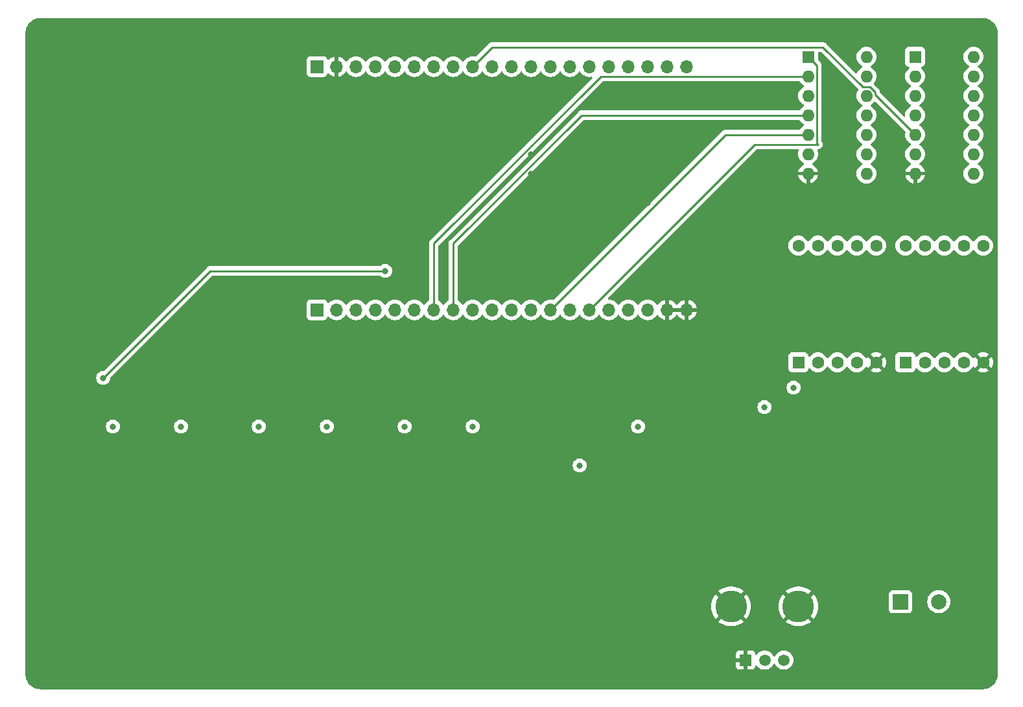
<source format=gbr>
%TF.GenerationSoftware,KiCad,Pcbnew,7.0.9*%
%TF.CreationDate,2023-12-22T14:46:18+09:00*%
%TF.ProjectId,Dev_IO_Board,4465765f-494f-45f4-926f-6172642e6b69,1.0.0*%
%TF.SameCoordinates,Original*%
%TF.FileFunction,Copper,L4,Bot*%
%TF.FilePolarity,Positive*%
%FSLAX46Y46*%
G04 Gerber Fmt 4.6, Leading zero omitted, Abs format (unit mm)*
G04 Created by KiCad (PCBNEW 7.0.9) date 2023-12-22 14:46:18*
%MOMM*%
%LPD*%
G01*
G04 APERTURE LIST*
%TA.AperFunction,ComponentPad*%
%ADD10R,1.700000X1.700000*%
%TD*%
%TA.AperFunction,ComponentPad*%
%ADD11O,1.700000X1.700000*%
%TD*%
%TA.AperFunction,ComponentPad*%
%ADD12R,1.600000X1.600000*%
%TD*%
%TA.AperFunction,ComponentPad*%
%ADD13C,1.600000*%
%TD*%
%TA.AperFunction,ComponentPad*%
%ADD14O,1.600000X1.600000*%
%TD*%
%TA.AperFunction,ComponentPad*%
%ADD15R,1.500000X1.500000*%
%TD*%
%TA.AperFunction,ComponentPad*%
%ADD16C,1.500000*%
%TD*%
%TA.AperFunction,ComponentPad*%
%ADD17C,4.155000*%
%TD*%
%TA.AperFunction,ComponentPad*%
%ADD18R,2.000000X2.000000*%
%TD*%
%TA.AperFunction,ComponentPad*%
%ADD19C,2.000000*%
%TD*%
%TA.AperFunction,ViaPad*%
%ADD20C,0.800000*%
%TD*%
%TA.AperFunction,Conductor*%
%ADD21C,0.250000*%
%TD*%
G04 APERTURE END LIST*
D10*
%TO.P,J1,1,Pin_1*%
%TO.N,VCC3V3*%
X121825000Y-62705951D03*
D11*
%TO.P,J1,2,Pin_2*%
%TO.N,GND*%
X124365000Y-62705951D03*
%TO.P,J1,3,Pin_3*%
%TO.N,5V*%
X126905000Y-62705951D03*
%TO.P,J1,4,Pin_4*%
%TO.N,PC12*%
X129445000Y-62705951D03*
%TO.P,J1,5,Pin_5*%
%TO.N,PC11*%
X131985000Y-62705951D03*
%TO.P,J1,6,Pin_6*%
%TO.N,PC10*%
X134525000Y-62705951D03*
%TO.P,J1,7,Pin_7*%
%TO.N,PA10{slash}USART1_RX*%
X137065000Y-62705951D03*
%TO.P,J1,8,Pin_8*%
%TO.N,PA9{slash}USART1_TX*%
X139605000Y-62705951D03*
%TO.P,J1,9,Pin_9*%
%TO.N,PA8*%
X142145000Y-62705951D03*
%TO.P,J1,10,Pin_10*%
%TO.N,PC9*%
X144685000Y-62705951D03*
%TO.P,J1,11,Pin_11*%
%TO.N,PC8*%
X147225000Y-62705951D03*
%TO.P,J1,12,Pin_12*%
%TO.N,PC7*%
X149765000Y-62705951D03*
%TO.P,J1,13,Pin_13*%
%TO.N,PC6*%
X152305000Y-62705951D03*
%TO.P,J1,14,Pin_14*%
%TO.N,PB15{slash}SPI2_MOSI*%
X154845000Y-62705951D03*
%TO.P,J1,15,Pin_15*%
%TO.N,PB14{slash}SPI2_MISO*%
X157385000Y-62705951D03*
%TO.P,J1,16,Pin_16*%
%TO.N,PB13{slash}SPI2_SCK*%
X159925000Y-62705951D03*
%TO.P,J1,17,Pin_17*%
%TO.N,PB12{slash}SPI2_NSS*%
X162465000Y-62705951D03*
%TO.P,J1,18,Pin_18*%
%TO.N,PB11*%
X165005000Y-62705951D03*
%TO.P,J1,19,Pin_19*%
%TO.N,PB10*%
X167545000Y-62705951D03*
%TO.P,J1,20,Pin_20*%
%TO.N,PB1*%
X170085000Y-62705951D03*
%TD*%
D10*
%TO.P,J2,1,Pin_1*%
%TO.N,VBAT*%
X121825000Y-94455951D03*
D11*
%TO.P,J2,2,Pin_2*%
%TO.N,PB6*%
X124365000Y-94455951D03*
%TO.P,J2,3,Pin_3*%
%TO.N,PB7*%
X126905000Y-94455951D03*
%TO.P,J2,4,Pin_4*%
%TO.N,PB8*%
X129445000Y-94455951D03*
%TO.P,J2,5,Pin_5*%
%TO.N,PB9*%
X131985000Y-94455951D03*
%TO.P,J2,6,Pin_6*%
%TO.N,PC13*%
X134525000Y-94455951D03*
%TO.P,J2,7,Pin_7*%
%TO.N,PA5*%
X137065000Y-94455951D03*
%TO.P,J2,8,Pin_8*%
%TO.N,PA6*%
X139605000Y-94455951D03*
%TO.P,J2,9,Pin_9*%
%TO.N,PC0*%
X142145000Y-94455951D03*
%TO.P,J2,10,Pin_10*%
%TO.N,PC1*%
X144685000Y-94455951D03*
%TO.P,J2,11,Pin_11*%
%TO.N,PC2*%
X147225000Y-94455951D03*
%TO.P,J2,12,Pin_12*%
%TO.N,PC3*%
X149765000Y-94455951D03*
%TO.P,J2,13,Pin_13*%
%TO.N,PA0*%
X152305000Y-94455951D03*
%TO.P,J2,14,Pin_14*%
%TO.N,PA1{slash}ADC123_IN1*%
X154845000Y-94455951D03*
%TO.P,J2,15,Pin_15*%
%TO.N,PA2*%
X157385000Y-94455951D03*
%TO.P,J2,16,Pin_16*%
%TO.N,PA3{slash}TIM9_CH2*%
X159925000Y-94455951D03*
%TO.P,J2,17,Pin_17*%
%TO.N,RESET*%
X162465000Y-94455951D03*
%TO.P,J2,18,Pin_18*%
%TO.N,VCC3V3*%
X165005000Y-94455951D03*
%TO.P,J2,19,Pin_19*%
%TO.N,GND*%
X167545000Y-94455951D03*
%TO.P,J2,20,Pin_20*%
X170085000Y-94455951D03*
%TD*%
D12*
%TO.P,U4,1,E*%
%TO.N,Net-(U2-e)*%
X184690000Y-101318451D03*
D13*
%TO.P,U4,2,D*%
%TO.N,Net-(U2-d)*%
X187230000Y-101318451D03*
%TO.P,U4,3,CC*%
%TO.N,Net-(R28-Pad1)*%
X189770000Y-101318451D03*
%TO.P,U4,4,C*%
%TO.N,Net-(U2-c)*%
X192310000Y-101318451D03*
%TO.P,U4,5,DP*%
%TO.N,GND*%
X194850000Y-101318451D03*
%TO.P,U4,6,B*%
%TO.N,Net-(U2-b)*%
X194850000Y-86078451D03*
%TO.P,U4,7,A*%
%TO.N,Net-(U2-a)*%
X192310000Y-86078451D03*
%TO.P,U4,8,CC*%
%TO.N,Net-(R28-Pad1)*%
X189770000Y-86078451D03*
%TO.P,U4,9,F*%
%TO.N,Net-(U2-f)*%
X187230000Y-86078451D03*
%TO.P,U4,10,G*%
%TO.N,Net-(U2-g)*%
X184690000Y-86078451D03*
%TD*%
D12*
%TO.P,U3,1,B*%
%TO.N,PB1*%
X199940000Y-61430951D03*
D14*
%TO.P,U3,2,C*%
%TO.N,PB10*%
X199940000Y-63970951D03*
%TO.P,U3,3,~{BI}*%
%TO.N,VCC3V3*%
X199940000Y-66510951D03*
%TO.P,U3,4,D*%
%TO.N,PB11*%
X199940000Y-69050951D03*
%TO.P,U3,5,A*%
%TO.N,PA8*%
X199940000Y-71590951D03*
%TO.P,U3,6,e*%
%TO.N,Net-(U3-e)*%
X199940000Y-74130951D03*
%TO.P,U3,7,GND*%
%TO.N,GND*%
X199940000Y-76670951D03*
%TO.P,U3,8,d*%
%TO.N,Net-(U3-d)*%
X207560000Y-76670951D03*
%TO.P,U3,9,c*%
%TO.N,Net-(U3-c)*%
X207560000Y-74130951D03*
%TO.P,U3,10,b*%
%TO.N,Net-(U3-b)*%
X207560000Y-71590951D03*
%TO.P,U3,11,a*%
%TO.N,Net-(U3-a)*%
X207560000Y-69050951D03*
%TO.P,U3,12,g*%
%TO.N,Net-(U3-g)*%
X207560000Y-66510951D03*
%TO.P,U3,13,f*%
%TO.N,Net-(U3-f)*%
X207560000Y-63970951D03*
%TO.P,U3,14,VCC*%
%TO.N,VCC3V3*%
X207560000Y-61430951D03*
%TD*%
D12*
%TO.P,U5,1,E*%
%TO.N,Net-(U3-e)*%
X198660000Y-101318451D03*
D13*
%TO.P,U5,2,D*%
%TO.N,Net-(U3-d)*%
X201200000Y-101318451D03*
%TO.P,U5,3,CC*%
%TO.N,Net-(R29-Pad1)*%
X203740000Y-101318451D03*
%TO.P,U5,4,C*%
%TO.N,Net-(U3-c)*%
X206280000Y-101318451D03*
%TO.P,U5,5,DP*%
%TO.N,GND*%
X208820000Y-101318451D03*
%TO.P,U5,6,B*%
%TO.N,Net-(U3-b)*%
X208820000Y-86078451D03*
%TO.P,U5,7,A*%
%TO.N,Net-(U3-a)*%
X206280000Y-86078451D03*
%TO.P,U5,8,CC*%
%TO.N,Net-(R29-Pad1)*%
X203740000Y-86078451D03*
%TO.P,U5,9,F*%
%TO.N,Net-(U3-f)*%
X201200000Y-86078451D03*
%TO.P,U5,10,G*%
%TO.N,Net-(U3-g)*%
X198660000Y-86078451D03*
%TD*%
D15*
%TO.P,VR1,1,CCW*%
%TO.N,GND*%
X177785000Y-140175951D03*
D16*
%TO.P,VR1,2,WIPER*%
%TO.N,Net-(VR1-WIPER)*%
X180285000Y-140175951D03*
%TO.P,VR1,3,CW*%
%TO.N,VCC3V3*%
X182785000Y-140175951D03*
D17*
%TO.P,VR1,MH1,MH1*%
%TO.N,GND*%
X175885000Y-133175951D03*
%TO.P,VR1,MH2,MH2*%
X184685000Y-133175951D03*
%TD*%
D18*
%TO.P,BZ1,1,-*%
%TO.N,VCC3V3*%
X198025000Y-132555951D03*
D19*
%TO.P,BZ1,2,+*%
%TO.N,Net-(BZ1-+)*%
X203025000Y-132555951D03*
%TD*%
D12*
%TO.P,U2,1,B*%
%TO.N,PA2*%
X185960000Y-61430951D03*
D14*
%TO.P,U2,2,C*%
%TO.N,PA5*%
X185960000Y-63970951D03*
%TO.P,U2,3,~{BI}*%
%TO.N,VCC3V3*%
X185960000Y-66510951D03*
%TO.P,U2,4,D*%
%TO.N,PA6*%
X185960000Y-69050951D03*
%TO.P,U2,5,A*%
%TO.N,PA0*%
X185960000Y-71590951D03*
%TO.P,U2,6,e*%
%TO.N,Net-(U2-e)*%
X185960000Y-74130951D03*
%TO.P,U2,7,GND*%
%TO.N,GND*%
X185960000Y-76670951D03*
%TO.P,U2,8,d*%
%TO.N,Net-(U2-d)*%
X193580000Y-76670951D03*
%TO.P,U2,9,c*%
%TO.N,Net-(U2-c)*%
X193580000Y-74130951D03*
%TO.P,U2,10,b*%
%TO.N,Net-(U2-b)*%
X193580000Y-71590951D03*
%TO.P,U2,11,a*%
%TO.N,Net-(U2-a)*%
X193580000Y-69050951D03*
%TO.P,U2,12,g*%
%TO.N,Net-(U2-g)*%
X193580000Y-66510951D03*
%TO.P,U2,13,f*%
%TO.N,Net-(U2-f)*%
X193580000Y-63970951D03*
%TO.P,U2,14,VCC*%
%TO.N,VCC3V3*%
X193580000Y-61430951D03*
%TD*%
D20*
%TO.N,VCC3V3*%
X123095000Y-109695951D03*
X163735000Y-109695951D03*
X156115000Y-114775951D03*
X104045000Y-109695951D03*
X180245000Y-107155951D03*
X184055000Y-104615951D03*
X114205000Y-109695951D03*
X133255000Y-109695951D03*
X142145000Y-109695951D03*
X95155000Y-109695951D03*
%TO.N,PC0*%
X130715000Y-89375951D03*
X93885000Y-103345951D03*
%TO.N,GND*%
X129445000Y-126205951D03*
X126905000Y-77945951D03*
X131985000Y-103345951D03*
X116745000Y-137635951D03*
X149765000Y-74135951D03*
X124365000Y-77945951D03*
X149765000Y-76675951D03*
X185325000Y-114775951D03*
X97695000Y-126205951D03*
X158655000Y-102075951D03*
X125635000Y-107155951D03*
X131985000Y-75405951D03*
X158655000Y-126205951D03*
X121825000Y-102075951D03*
X139605000Y-126205951D03*
X119285000Y-126205951D03*
X149765000Y-104615951D03*
X148495000Y-126205951D03*
X137065000Y-108425951D03*
X159925000Y-77945951D03*
X178975000Y-109695951D03*
X121825000Y-79215951D03*
X109125000Y-126205951D03*
X131985000Y-77945951D03*
X165005000Y-80485951D03*
X162465000Y-79215951D03*
X180880000Y-103980951D03*
X139605000Y-102075951D03*
X151035000Y-114775951D03*
%TD*%
D21*
%TO.N,PC0*%
X107855000Y-89375951D02*
X93885000Y-103345951D01*
X130715000Y-89375951D02*
X107855000Y-89375951D01*
%TO.N,PA8*%
X194705000Y-66355951D02*
X194705000Y-66044960D01*
X194045991Y-65385951D02*
X193114009Y-65385951D01*
X194705000Y-66044960D02*
X194045991Y-65385951D01*
X193114009Y-65385951D02*
X187894009Y-60165951D01*
X199940000Y-71590951D02*
X194705000Y-66355951D01*
X187894009Y-60165951D02*
X144685000Y-60165951D01*
X144685000Y-60165951D02*
X142145000Y-62705951D01*
%TO.N,PA5*%
X158904695Y-63970951D02*
X137065000Y-85810646D01*
X137065000Y-85810646D02*
X137065000Y-94455951D01*
X185960000Y-63970951D02*
X158904695Y-63970951D01*
%TO.N,PA6*%
X139605000Y-85810646D02*
X139605000Y-94455951D01*
X156364695Y-69050951D02*
X139605000Y-85810646D01*
X185960000Y-69050951D02*
X156364695Y-69050951D01*
%TO.N,PA0*%
X185960000Y-71590951D02*
X175170000Y-71590951D01*
X175170000Y-71590951D02*
X152305000Y-94455951D01*
%TO.N,PA2*%
X187085000Y-72720951D02*
X187230000Y-72865951D01*
X187085000Y-62555951D02*
X187085000Y-72720951D01*
X178975000Y-72865951D02*
X157385000Y-94455951D01*
X187230000Y-72865951D02*
X178975000Y-72865951D01*
X185960000Y-61430951D02*
X187085000Y-62555951D01*
%TD*%
%TA.AperFunction,Conductor*%
%TO.N,GND*%
G36*
X169625507Y-94246107D02*
G01*
X169585000Y-94384062D01*
X169585000Y-94527840D01*
X169625507Y-94665795D01*
X169651314Y-94705951D01*
X167978686Y-94705951D01*
X168004493Y-94665795D01*
X168045000Y-94527840D01*
X168045000Y-94384062D01*
X168004493Y-94246107D01*
X167978686Y-94205951D01*
X169651314Y-94205951D01*
X169625507Y-94246107D01*
G37*
%TD.AperFunction*%
%TA.AperFunction,Conductor*%
G36*
X184812851Y-64616136D02*
G01*
X184847387Y-64649328D01*
X184959954Y-64810092D01*
X185120858Y-64970996D01*
X185120861Y-64970998D01*
X185307266Y-65101519D01*
X185365275Y-65128569D01*
X185417714Y-65174742D01*
X185436866Y-65241935D01*
X185416650Y-65308816D01*
X185365275Y-65353333D01*
X185307267Y-65380382D01*
X185307265Y-65380383D01*
X185120858Y-65510905D01*
X184959954Y-65671809D01*
X184829432Y-65858216D01*
X184829431Y-65858218D01*
X184733261Y-66064453D01*
X184733258Y-66064462D01*
X184674366Y-66284253D01*
X184674364Y-66284264D01*
X184654532Y-66510949D01*
X184654532Y-66510952D01*
X184674364Y-66737637D01*
X184674366Y-66737648D01*
X184733258Y-66957439D01*
X184733261Y-66957448D01*
X184829431Y-67163683D01*
X184829432Y-67163685D01*
X184959954Y-67350092D01*
X185120858Y-67510996D01*
X185120861Y-67510998D01*
X185307266Y-67641519D01*
X185365275Y-67668569D01*
X185417714Y-67714742D01*
X185436866Y-67781935D01*
X185416650Y-67848816D01*
X185365275Y-67893333D01*
X185307267Y-67920382D01*
X185307265Y-67920383D01*
X185120858Y-68050905D01*
X184959954Y-68211809D01*
X184847387Y-68372574D01*
X184792811Y-68416199D01*
X184745812Y-68425451D01*
X156447438Y-68425451D01*
X156431817Y-68423726D01*
X156431791Y-68424012D01*
X156424029Y-68423278D01*
X156424028Y-68423278D01*
X156354881Y-68425451D01*
X156325344Y-68425451D01*
X156318461Y-68426320D01*
X156312644Y-68426777D01*
X156266068Y-68428241D01*
X156246824Y-68433832D01*
X156227774Y-68437776D01*
X156207906Y-68440285D01*
X156164579Y-68457439D01*
X156159053Y-68459330D01*
X156114309Y-68472330D01*
X156114305Y-68472332D01*
X156097061Y-68482530D01*
X156079600Y-68491084D01*
X156060969Y-68498461D01*
X156060957Y-68498468D01*
X156023265Y-68525853D01*
X156018382Y-68529060D01*
X155978275Y-68552780D01*
X155964109Y-68566946D01*
X155949319Y-68579578D01*
X155933109Y-68591355D01*
X155933106Y-68591358D01*
X155903405Y-68627260D01*
X155899472Y-68631582D01*
X139221208Y-85309845D01*
X139208951Y-85319666D01*
X139209134Y-85319887D01*
X139203123Y-85324859D01*
X139155772Y-85375282D01*
X139134889Y-85396165D01*
X139134877Y-85396178D01*
X139130621Y-85401663D01*
X139126837Y-85406093D01*
X139094937Y-85440064D01*
X139094936Y-85440066D01*
X139085284Y-85457622D01*
X139074610Y-85473872D01*
X139062329Y-85489707D01*
X139062324Y-85489714D01*
X139043815Y-85532484D01*
X139041245Y-85537730D01*
X139018803Y-85578552D01*
X139013822Y-85597953D01*
X139007521Y-85616356D01*
X138999562Y-85634748D01*
X138999561Y-85634751D01*
X138992271Y-85680773D01*
X138991087Y-85686492D01*
X138979501Y-85731618D01*
X138979500Y-85731628D01*
X138979500Y-85751662D01*
X138977973Y-85771061D01*
X138974840Y-85790840D01*
X138974840Y-85790841D01*
X138979225Y-85837229D01*
X138979500Y-85843067D01*
X138979500Y-93180724D01*
X138959815Y-93247763D01*
X138926623Y-93282299D01*
X138733597Y-93417456D01*
X138566505Y-93584548D01*
X138436575Y-93770109D01*
X138381998Y-93813734D01*
X138312500Y-93820928D01*
X138250145Y-93789405D01*
X138233425Y-93770109D01*
X138103494Y-93584548D01*
X137936402Y-93417457D01*
X137936401Y-93417456D01*
X137803093Y-93324112D01*
X137743376Y-93282298D01*
X137699751Y-93227721D01*
X137690500Y-93180723D01*
X137690500Y-86121098D01*
X137710185Y-86054059D01*
X137726819Y-86033417D01*
X159127467Y-64632770D01*
X159188790Y-64599285D01*
X159215148Y-64596451D01*
X184745812Y-64596451D01*
X184812851Y-64616136D01*
G37*
%TD.AperFunction*%
%TA.AperFunction,Conductor*%
G36*
X184812851Y-69696136D02*
G01*
X184847387Y-69729328D01*
X184959954Y-69890092D01*
X185120858Y-70050996D01*
X185120861Y-70050998D01*
X185307266Y-70181519D01*
X185365275Y-70208569D01*
X185417714Y-70254742D01*
X185436866Y-70321935D01*
X185416650Y-70388816D01*
X185365275Y-70433333D01*
X185307267Y-70460382D01*
X185307265Y-70460383D01*
X185120858Y-70590905D01*
X184959954Y-70751809D01*
X184847387Y-70912574D01*
X184792811Y-70956199D01*
X184745812Y-70965451D01*
X175252738Y-70965451D01*
X175237121Y-70963727D01*
X175237094Y-70964013D01*
X175229332Y-70963278D01*
X175160204Y-70965451D01*
X175130650Y-70965451D01*
X175129929Y-70965541D01*
X175123757Y-70966320D01*
X175117945Y-70966777D01*
X175071373Y-70968241D01*
X175071372Y-70968241D01*
X175052129Y-70973832D01*
X175033079Y-70977776D01*
X175013211Y-70980285D01*
X174969884Y-70997439D01*
X174964358Y-70999330D01*
X174919614Y-71012330D01*
X174919610Y-71012332D01*
X174902366Y-71022530D01*
X174884905Y-71031084D01*
X174866274Y-71038461D01*
X174866262Y-71038468D01*
X174828570Y-71065853D01*
X174823687Y-71069060D01*
X174783580Y-71092780D01*
X174769414Y-71106946D01*
X174754624Y-71119578D01*
X174738414Y-71131355D01*
X174738411Y-71131358D01*
X174708710Y-71167260D01*
X174704777Y-71171582D01*
X152760646Y-93115712D01*
X152699323Y-93149197D01*
X152640873Y-93147806D01*
X152540408Y-93120888D01*
X152305001Y-93100292D01*
X152304999Y-93100292D01*
X152069596Y-93120887D01*
X152069586Y-93120889D01*
X151841344Y-93182045D01*
X151841335Y-93182049D01*
X151627171Y-93281915D01*
X151627169Y-93281916D01*
X151433597Y-93417456D01*
X151266505Y-93584548D01*
X151136575Y-93770109D01*
X151081998Y-93813734D01*
X151012500Y-93820928D01*
X150950145Y-93789405D01*
X150933425Y-93770109D01*
X150803494Y-93584548D01*
X150636402Y-93417457D01*
X150636395Y-93417452D01*
X150442834Y-93281918D01*
X150442830Y-93281916D01*
X150390500Y-93257514D01*
X150228663Y-93182048D01*
X150228659Y-93182047D01*
X150228655Y-93182045D01*
X150000413Y-93120889D01*
X150000403Y-93120887D01*
X149765001Y-93100292D01*
X149764999Y-93100292D01*
X149529596Y-93120887D01*
X149529586Y-93120889D01*
X149301344Y-93182045D01*
X149301335Y-93182049D01*
X149087171Y-93281915D01*
X149087169Y-93281916D01*
X148893597Y-93417456D01*
X148726505Y-93584548D01*
X148596575Y-93770109D01*
X148541998Y-93813734D01*
X148472500Y-93820928D01*
X148410145Y-93789405D01*
X148393425Y-93770109D01*
X148263494Y-93584548D01*
X148096402Y-93417457D01*
X148096395Y-93417452D01*
X147902834Y-93281918D01*
X147902830Y-93281916D01*
X147850500Y-93257514D01*
X147688663Y-93182048D01*
X147688659Y-93182047D01*
X147688655Y-93182045D01*
X147460413Y-93120889D01*
X147460403Y-93120887D01*
X147225001Y-93100292D01*
X147224999Y-93100292D01*
X146989596Y-93120887D01*
X146989586Y-93120889D01*
X146761344Y-93182045D01*
X146761335Y-93182049D01*
X146547171Y-93281915D01*
X146547169Y-93281916D01*
X146353597Y-93417456D01*
X146186505Y-93584548D01*
X146056575Y-93770109D01*
X146001998Y-93813734D01*
X145932500Y-93820928D01*
X145870145Y-93789405D01*
X145853425Y-93770109D01*
X145723494Y-93584548D01*
X145556402Y-93417457D01*
X145556395Y-93417452D01*
X145362834Y-93281918D01*
X145362830Y-93281916D01*
X145310500Y-93257514D01*
X145148663Y-93182048D01*
X145148659Y-93182047D01*
X145148655Y-93182045D01*
X144920413Y-93120889D01*
X144920403Y-93120887D01*
X144685001Y-93100292D01*
X144684999Y-93100292D01*
X144449596Y-93120887D01*
X144449586Y-93120889D01*
X144221344Y-93182045D01*
X144221335Y-93182049D01*
X144007171Y-93281915D01*
X144007169Y-93281916D01*
X143813597Y-93417456D01*
X143646505Y-93584548D01*
X143516575Y-93770109D01*
X143461998Y-93813734D01*
X143392500Y-93820928D01*
X143330145Y-93789405D01*
X143313425Y-93770109D01*
X143183494Y-93584548D01*
X143016402Y-93417457D01*
X143016395Y-93417452D01*
X142822834Y-93281918D01*
X142822830Y-93281916D01*
X142770500Y-93257514D01*
X142608663Y-93182048D01*
X142608659Y-93182047D01*
X142608655Y-93182045D01*
X142380413Y-93120889D01*
X142380403Y-93120887D01*
X142145001Y-93100292D01*
X142144999Y-93100292D01*
X141909596Y-93120887D01*
X141909586Y-93120889D01*
X141681344Y-93182045D01*
X141681335Y-93182049D01*
X141467171Y-93281915D01*
X141467169Y-93281916D01*
X141273597Y-93417456D01*
X141106505Y-93584548D01*
X140976575Y-93770109D01*
X140921998Y-93813734D01*
X140852500Y-93820928D01*
X140790145Y-93789405D01*
X140773425Y-93770109D01*
X140643494Y-93584548D01*
X140476402Y-93417457D01*
X140476401Y-93417456D01*
X140343093Y-93324112D01*
X140283376Y-93282298D01*
X140239751Y-93227721D01*
X140230500Y-93180723D01*
X140230500Y-86121098D01*
X140250185Y-86054059D01*
X140266819Y-86033417D01*
X156587467Y-69712770D01*
X156648790Y-69679285D01*
X156675148Y-69676451D01*
X184745812Y-69676451D01*
X184812851Y-69696136D01*
G37*
%TD.AperFunction*%
%TA.AperFunction,Conductor*%
G36*
X208727019Y-56356584D02*
G01*
X208806372Y-56361784D01*
X208811193Y-56362100D01*
X208990077Y-56374862D01*
X208997734Y-56375894D01*
X209117238Y-56399665D01*
X209258229Y-56430337D01*
X209264957Y-56432205D01*
X209386033Y-56473305D01*
X209473747Y-56506021D01*
X209516275Y-56521884D01*
X209522035Y-56524370D01*
X209639051Y-56582077D01*
X209759432Y-56647812D01*
X209764148Y-56650667D01*
X209821496Y-56688987D01*
X209872426Y-56723018D01*
X209875105Y-56724913D01*
X209983144Y-56805792D01*
X209986835Y-56808784D01*
X210083861Y-56893876D01*
X210085070Y-56894936D01*
X210088022Y-56897701D01*
X210183225Y-56992906D01*
X210185989Y-56995856D01*
X210186995Y-56997003D01*
X210272129Y-57094083D01*
X210275149Y-57097808D01*
X210356002Y-57205818D01*
X210357920Y-57208529D01*
X210430250Y-57316782D01*
X210433116Y-57321516D01*
X210498857Y-57441917D01*
X210556544Y-57558900D01*
X210559030Y-57564659D01*
X210607608Y-57694906D01*
X210648705Y-57815984D01*
X210650580Y-57822739D01*
X210681250Y-57963742D01*
X210705016Y-58083233D01*
X210706050Y-58090913D01*
X210718413Y-58263832D01*
X210724367Y-58354708D01*
X210724500Y-58358763D01*
X210724500Y-141983916D01*
X210724367Y-141987971D01*
X210719173Y-142067255D01*
X210705948Y-142251761D01*
X210704915Y-142259430D01*
X210682387Y-142372703D01*
X210650343Y-142520018D01*
X210648468Y-142526773D01*
X210608734Y-142643835D01*
X210558643Y-142778138D01*
X210556157Y-142783896D01*
X210499956Y-142897868D01*
X210432540Y-143021336D01*
X210429674Y-143026070D01*
X210358987Y-143131864D01*
X210357069Y-143134574D01*
X210274346Y-143245082D01*
X210271326Y-143248807D01*
X210187033Y-143344930D01*
X210184268Y-143347881D01*
X210135595Y-143396556D01*
X210086921Y-143445231D01*
X210083959Y-143448005D01*
X209987859Y-143532284D01*
X209984133Y-143535304D01*
X209873592Y-143618055D01*
X209870883Y-143619973D01*
X209765124Y-143690642D01*
X209760389Y-143693508D01*
X209636915Y-143760932D01*
X209522941Y-143817138D01*
X209517182Y-143819624D01*
X209382877Y-143869719D01*
X209265821Y-143909455D01*
X209259065Y-143911330D01*
X209111741Y-143943379D01*
X208998500Y-143965904D01*
X208990820Y-143966939D01*
X208800557Y-143980547D01*
X208727755Y-143985318D01*
X208723700Y-143985451D01*
X85727023Y-143985451D01*
X85722975Y-143985318D01*
X85695771Y-143983535D01*
X85638900Y-143979807D01*
X85459925Y-143967036D01*
X85452234Y-143966001D01*
X85332910Y-143942266D01*
X85191766Y-143911561D01*
X85185011Y-143909686D01*
X85064025Y-143868616D01*
X84933702Y-143820006D01*
X84927943Y-143817520D01*
X84811008Y-143759853D01*
X84730308Y-143715788D01*
X84690547Y-143694076D01*
X84685826Y-143691218D01*
X84579203Y-143619973D01*
X84577614Y-143618911D01*
X84574903Y-143616993D01*
X84466850Y-143536103D01*
X84463124Y-143533082D01*
X84364949Y-143446983D01*
X84361988Y-143444209D01*
X84334550Y-143416771D01*
X84266733Y-143348952D01*
X84263984Y-143346016D01*
X84177881Y-143247832D01*
X84174861Y-143244107D01*
X84093981Y-143136060D01*
X84092063Y-143133349D01*
X84019756Y-143025131D01*
X84016895Y-143020405D01*
X83951127Y-142899955D01*
X83893458Y-142783010D01*
X83890975Y-142777262D01*
X83842366Y-142646926D01*
X83841317Y-142643835D01*
X83801294Y-142525926D01*
X83799428Y-142519202D01*
X83768732Y-142378084D01*
X83744981Y-142258661D01*
X83743951Y-142251017D01*
X83731576Y-142077948D01*
X83726661Y-142002929D01*
X83725633Y-141987228D01*
X83725500Y-141983173D01*
X83725500Y-140973795D01*
X176535000Y-140973795D01*
X176541401Y-141033323D01*
X176541403Y-141033330D01*
X176591645Y-141168037D01*
X176591649Y-141168044D01*
X176677809Y-141283138D01*
X176677812Y-141283141D01*
X176792906Y-141369301D01*
X176792913Y-141369305D01*
X176927620Y-141419547D01*
X176927627Y-141419549D01*
X176987155Y-141425950D01*
X176987172Y-141425951D01*
X177535000Y-141425951D01*
X177535000Y-140611452D01*
X177642685Y-140660631D01*
X177749237Y-140675951D01*
X177820763Y-140675951D01*
X177927315Y-140660631D01*
X178035000Y-140611452D01*
X178035000Y-141425951D01*
X178582828Y-141425951D01*
X178582844Y-141425950D01*
X178642372Y-141419549D01*
X178642379Y-141419547D01*
X178777086Y-141369305D01*
X178777093Y-141369301D01*
X178892187Y-141283141D01*
X178892190Y-141283138D01*
X178978350Y-141168044D01*
X178978354Y-141168037D01*
X179028596Y-141033330D01*
X179028598Y-141033323D01*
X179034999Y-140973795D01*
X179035000Y-140973778D01*
X179035000Y-140964224D01*
X179054685Y-140897185D01*
X179107489Y-140851430D01*
X179176647Y-140841486D01*
X179240203Y-140870511D01*
X179260569Y-140893093D01*
X179323402Y-140982828D01*
X179478123Y-141137549D01*
X179657361Y-141263053D01*
X179855670Y-141355526D01*
X180067023Y-141412158D01*
X180249926Y-141428159D01*
X180284998Y-141431228D01*
X180285000Y-141431228D01*
X180285002Y-141431228D01*
X180313254Y-141428756D01*
X180502977Y-141412158D01*
X180714330Y-141355526D01*
X180912639Y-141263053D01*
X181091877Y-141137549D01*
X181246598Y-140982828D01*
X181372102Y-140803590D01*
X181422618Y-140695257D01*
X181468790Y-140642818D01*
X181535984Y-140623666D01*
X181602865Y-140643882D01*
X181647381Y-140695257D01*
X181697898Y-140803590D01*
X181823402Y-140982828D01*
X181978123Y-141137549D01*
X182157361Y-141263053D01*
X182355670Y-141355526D01*
X182567023Y-141412158D01*
X182749926Y-141428159D01*
X182784998Y-141431228D01*
X182785000Y-141431228D01*
X182785002Y-141431228D01*
X182813254Y-141428756D01*
X183002977Y-141412158D01*
X183214330Y-141355526D01*
X183412639Y-141263053D01*
X183591877Y-141137549D01*
X183746598Y-140982828D01*
X183872102Y-140803590D01*
X183964575Y-140605281D01*
X184021207Y-140393928D01*
X184040277Y-140175951D01*
X184021207Y-139957974D01*
X183964575Y-139746621D01*
X183872102Y-139548313D01*
X183872100Y-139548310D01*
X183872099Y-139548308D01*
X183746599Y-139369075D01*
X183696095Y-139318571D01*
X183591877Y-139214353D01*
X183412639Y-139088849D01*
X183412640Y-139088849D01*
X183412638Y-139088848D01*
X183313484Y-139042612D01*
X183214330Y-138996376D01*
X183214326Y-138996375D01*
X183214322Y-138996373D01*
X183002977Y-138939744D01*
X182785002Y-138920674D01*
X182784998Y-138920674D01*
X182651516Y-138932352D01*
X182567023Y-138939744D01*
X182567020Y-138939744D01*
X182355677Y-138996373D01*
X182355668Y-138996377D01*
X182157361Y-139088849D01*
X182157357Y-139088851D01*
X181978121Y-139214353D01*
X181823402Y-139369072D01*
X181697900Y-139548308D01*
X181697898Y-139548313D01*
X181647382Y-139656644D01*
X181601209Y-139709083D01*
X181534016Y-139728235D01*
X181467135Y-139708019D01*
X181422618Y-139656644D01*
X181415156Y-139640643D01*
X181372102Y-139548313D01*
X181372099Y-139548309D01*
X181372099Y-139548308D01*
X181246599Y-139369075D01*
X181196095Y-139318571D01*
X181091877Y-139214353D01*
X180912639Y-139088849D01*
X180912640Y-139088849D01*
X180912638Y-139088848D01*
X180813484Y-139042612D01*
X180714330Y-138996376D01*
X180714326Y-138996375D01*
X180714322Y-138996373D01*
X180502977Y-138939744D01*
X180285002Y-138920674D01*
X180284998Y-138920674D01*
X180151516Y-138932352D01*
X180067023Y-138939744D01*
X180067020Y-138939744D01*
X179855677Y-138996373D01*
X179855668Y-138996377D01*
X179657361Y-139088849D01*
X179657357Y-139088851D01*
X179478121Y-139214353D01*
X179323402Y-139369072D01*
X179260575Y-139458800D01*
X179205998Y-139502425D01*
X179136500Y-139509619D01*
X179074145Y-139478096D01*
X179038731Y-139417866D01*
X179035000Y-139387677D01*
X179035000Y-139378123D01*
X179034999Y-139378106D01*
X179028598Y-139318578D01*
X179028596Y-139318571D01*
X178978354Y-139183864D01*
X178978350Y-139183857D01*
X178892190Y-139068763D01*
X178892187Y-139068760D01*
X178777093Y-138982600D01*
X178777086Y-138982596D01*
X178642379Y-138932354D01*
X178642372Y-138932352D01*
X178582844Y-138925951D01*
X178035000Y-138925951D01*
X178035000Y-139740449D01*
X177927315Y-139691271D01*
X177820763Y-139675951D01*
X177749237Y-139675951D01*
X177642685Y-139691271D01*
X177535000Y-139740449D01*
X177535000Y-138925951D01*
X176987155Y-138925951D01*
X176927627Y-138932352D01*
X176927620Y-138932354D01*
X176792913Y-138982596D01*
X176792906Y-138982600D01*
X176677812Y-139068760D01*
X176677809Y-139068763D01*
X176591649Y-139183857D01*
X176591645Y-139183864D01*
X176541403Y-139318571D01*
X176541401Y-139318578D01*
X176535000Y-139378106D01*
X176535000Y-139925951D01*
X177351314Y-139925951D01*
X177325507Y-139966107D01*
X177285000Y-140104062D01*
X177285000Y-140247840D01*
X177325507Y-140385795D01*
X177351314Y-140425951D01*
X176535000Y-140425951D01*
X176535000Y-140973795D01*
X83725500Y-140973795D01*
X83725500Y-133175956D01*
X173302404Y-133175956D01*
X173322767Y-133499625D01*
X173322768Y-133499632D01*
X173383542Y-133818221D01*
X173483763Y-134126669D01*
X173483765Y-134126674D01*
X173621852Y-134420122D01*
X173621855Y-134420128D01*
X173795629Y-134693953D01*
X173894241Y-134813154D01*
X174743605Y-133963790D01*
X174767438Y-134002496D01*
X174923199Y-134179476D01*
X175095723Y-134318779D01*
X174244488Y-135170014D01*
X174501172Y-135356506D01*
X174501182Y-135356513D01*
X174785384Y-135512754D01*
X174785392Y-135512758D01*
X175086930Y-135632145D01*
X175086933Y-135632146D01*
X175401073Y-135712803D01*
X175722825Y-135753450D01*
X175722839Y-135753451D01*
X176047161Y-135753451D01*
X176047174Y-135753450D01*
X176368926Y-135712803D01*
X176683066Y-135632146D01*
X176683069Y-135632145D01*
X176984607Y-135512758D01*
X176984615Y-135512754D01*
X177268817Y-135356513D01*
X177268827Y-135356506D01*
X177525509Y-135170014D01*
X177525510Y-135170014D01*
X176671525Y-134316029D01*
X176758231Y-134257427D01*
X176928441Y-134094294D01*
X177025569Y-133962966D01*
X177875757Y-134813154D01*
X177974367Y-134693958D01*
X178148144Y-134420128D01*
X178148147Y-134420122D01*
X178286234Y-134126674D01*
X178286236Y-134126669D01*
X178386457Y-133818221D01*
X178447231Y-133499632D01*
X178447232Y-133499625D01*
X178467596Y-133175956D01*
X182102404Y-133175956D01*
X182122767Y-133499625D01*
X182122768Y-133499632D01*
X182183542Y-133818221D01*
X182283763Y-134126669D01*
X182283765Y-134126674D01*
X182421852Y-134420122D01*
X182421855Y-134420128D01*
X182595629Y-134693953D01*
X182694241Y-134813154D01*
X183543605Y-133963790D01*
X183567438Y-134002496D01*
X183723199Y-134179476D01*
X183895723Y-134318779D01*
X183044488Y-135170014D01*
X183301172Y-135356506D01*
X183301182Y-135356513D01*
X183585384Y-135512754D01*
X183585392Y-135512758D01*
X183886930Y-135632145D01*
X183886933Y-135632146D01*
X184201073Y-135712803D01*
X184522825Y-135753450D01*
X184522839Y-135753451D01*
X184847161Y-135753451D01*
X184847174Y-135753450D01*
X185168926Y-135712803D01*
X185483066Y-135632146D01*
X185483069Y-135632145D01*
X185784607Y-135512758D01*
X185784615Y-135512754D01*
X186068817Y-135356513D01*
X186068827Y-135356506D01*
X186325509Y-135170014D01*
X186325510Y-135170014D01*
X185471525Y-134316029D01*
X185558231Y-134257427D01*
X185728441Y-134094294D01*
X185825569Y-133962966D01*
X186675757Y-134813154D01*
X186774367Y-134693958D01*
X186948144Y-134420128D01*
X186948147Y-134420122D01*
X187086234Y-134126674D01*
X187086236Y-134126669D01*
X187186457Y-133818221D01*
X187227356Y-133603821D01*
X196524500Y-133603821D01*
X196524501Y-133603827D01*
X196530908Y-133663434D01*
X196581202Y-133798279D01*
X196581206Y-133798286D01*
X196667452Y-133913495D01*
X196667455Y-133913498D01*
X196782664Y-133999744D01*
X196782671Y-133999748D01*
X196917517Y-134050042D01*
X196917516Y-134050042D01*
X196924444Y-134050786D01*
X196977127Y-134056451D01*
X199072872Y-134056450D01*
X199132483Y-134050042D01*
X199267331Y-133999747D01*
X199382546Y-133913497D01*
X199468796Y-133798282D01*
X199519091Y-133663434D01*
X199525500Y-133603824D01*
X199525500Y-132555956D01*
X201519357Y-132555956D01*
X201539890Y-132803763D01*
X201539892Y-132803775D01*
X201600936Y-133044832D01*
X201700826Y-133272557D01*
X201836833Y-133480733D01*
X201854231Y-133499632D01*
X202005256Y-133663689D01*
X202201491Y-133816425D01*
X202420190Y-133934779D01*
X202655386Y-134015522D01*
X202900665Y-134056451D01*
X203149335Y-134056451D01*
X203394614Y-134015522D01*
X203629810Y-133934779D01*
X203848509Y-133816425D01*
X204044744Y-133663689D01*
X204213164Y-133480736D01*
X204349173Y-133272558D01*
X204449063Y-133044832D01*
X204510108Y-132803772D01*
X204530643Y-132555951D01*
X204530163Y-132550164D01*
X204510109Y-132308138D01*
X204510107Y-132308126D01*
X204449063Y-132067069D01*
X204349173Y-131839344D01*
X204213166Y-131631168D01*
X204191557Y-131607695D01*
X204044744Y-131448213D01*
X203848509Y-131295477D01*
X203848507Y-131295476D01*
X203848506Y-131295475D01*
X203629811Y-131177123D01*
X203629802Y-131177120D01*
X203394616Y-131096380D01*
X203149335Y-131055451D01*
X202900665Y-131055451D01*
X202655383Y-131096380D01*
X202420197Y-131177120D01*
X202420188Y-131177123D01*
X202201493Y-131295475D01*
X202005257Y-131448212D01*
X201836833Y-131631168D01*
X201700826Y-131839344D01*
X201600936Y-132067069D01*
X201539892Y-132308126D01*
X201539890Y-132308138D01*
X201519357Y-132555945D01*
X201519357Y-132555956D01*
X199525500Y-132555956D01*
X199525499Y-131508079D01*
X199519091Y-131448468D01*
X199468796Y-131313620D01*
X199468795Y-131313619D01*
X199468793Y-131313615D01*
X199382547Y-131198406D01*
X199382544Y-131198403D01*
X199267335Y-131112157D01*
X199267328Y-131112153D01*
X199132482Y-131061859D01*
X199132483Y-131061859D01*
X199072883Y-131055452D01*
X199072881Y-131055451D01*
X199072873Y-131055451D01*
X199072864Y-131055451D01*
X196977129Y-131055451D01*
X196977123Y-131055452D01*
X196917516Y-131061859D01*
X196782671Y-131112153D01*
X196782664Y-131112157D01*
X196667455Y-131198403D01*
X196667452Y-131198406D01*
X196581206Y-131313615D01*
X196581202Y-131313622D01*
X196530908Y-131448468D01*
X196524501Y-131508067D01*
X196524501Y-131508074D01*
X196524500Y-131508086D01*
X196524500Y-133603821D01*
X187227356Y-133603821D01*
X187247231Y-133499632D01*
X187247232Y-133499625D01*
X187267596Y-133175956D01*
X187267596Y-133175945D01*
X187247232Y-132852276D01*
X187247231Y-132852269D01*
X187186457Y-132533680D01*
X187086236Y-132225232D01*
X187086234Y-132225227D01*
X186948147Y-131931779D01*
X186948144Y-131931773D01*
X186774367Y-131657943D01*
X186675757Y-131538745D01*
X185826392Y-132388109D01*
X185802562Y-132349406D01*
X185646801Y-132172426D01*
X185474275Y-132033121D01*
X186325510Y-131181886D01*
X186325509Y-131181884D01*
X186068835Y-130995400D01*
X186068817Y-130995388D01*
X185784615Y-130839147D01*
X185784607Y-130839143D01*
X185483069Y-130719756D01*
X185483066Y-130719755D01*
X185168926Y-130639098D01*
X184847174Y-130598451D01*
X184522825Y-130598451D01*
X184201073Y-130639098D01*
X183886933Y-130719755D01*
X183886930Y-130719756D01*
X183585392Y-130839143D01*
X183585384Y-130839147D01*
X183301182Y-130995388D01*
X183301164Y-130995400D01*
X183044489Y-131181884D01*
X183044488Y-131181886D01*
X183898474Y-132035872D01*
X183811769Y-132094475D01*
X183641559Y-132257608D01*
X183544430Y-132388934D01*
X182694241Y-131538745D01*
X182595637Y-131657936D01*
X182595634Y-131657940D01*
X182421855Y-131931773D01*
X182421852Y-131931779D01*
X182283765Y-132225227D01*
X182283763Y-132225232D01*
X182183542Y-132533680D01*
X182122768Y-132852269D01*
X182122767Y-132852276D01*
X182102404Y-133175945D01*
X182102404Y-133175956D01*
X178467596Y-133175956D01*
X178467596Y-133175945D01*
X178447232Y-132852276D01*
X178447231Y-132852269D01*
X178386457Y-132533680D01*
X178286236Y-132225232D01*
X178286234Y-132225227D01*
X178148147Y-131931779D01*
X178148144Y-131931773D01*
X177974367Y-131657943D01*
X177875757Y-131538745D01*
X177026392Y-132388109D01*
X177002562Y-132349406D01*
X176846801Y-132172426D01*
X176674275Y-132033121D01*
X177525510Y-131181886D01*
X177525509Y-131181884D01*
X177268835Y-130995400D01*
X177268817Y-130995388D01*
X176984615Y-130839147D01*
X176984607Y-130839143D01*
X176683069Y-130719756D01*
X176683066Y-130719755D01*
X176368926Y-130639098D01*
X176047174Y-130598451D01*
X175722825Y-130598451D01*
X175401073Y-130639098D01*
X175086933Y-130719755D01*
X175086930Y-130719756D01*
X174785392Y-130839143D01*
X174785384Y-130839147D01*
X174501182Y-130995388D01*
X174501164Y-130995400D01*
X174244489Y-131181884D01*
X174244488Y-131181886D01*
X175098474Y-132035872D01*
X175011769Y-132094475D01*
X174841559Y-132257608D01*
X174744430Y-132388934D01*
X173894241Y-131538745D01*
X173795637Y-131657936D01*
X173795634Y-131657940D01*
X173621855Y-131931773D01*
X173621852Y-131931779D01*
X173483765Y-132225227D01*
X173483763Y-132225232D01*
X173383542Y-132533680D01*
X173322768Y-132852269D01*
X173322767Y-132852276D01*
X173302404Y-133175945D01*
X173302404Y-133175956D01*
X83725500Y-133175956D01*
X83725500Y-114775951D01*
X155209540Y-114775951D01*
X155229326Y-114964207D01*
X155229327Y-114964210D01*
X155287818Y-115144228D01*
X155287821Y-115144235D01*
X155382467Y-115308167D01*
X155509129Y-115448839D01*
X155662265Y-115560099D01*
X155662270Y-115560102D01*
X155835192Y-115637093D01*
X155835197Y-115637095D01*
X156020354Y-115676451D01*
X156020355Y-115676451D01*
X156209644Y-115676451D01*
X156209646Y-115676451D01*
X156394803Y-115637095D01*
X156567730Y-115560102D01*
X156720871Y-115448839D01*
X156847533Y-115308167D01*
X156942179Y-115144235D01*
X157000674Y-114964207D01*
X157020460Y-114775951D01*
X157000674Y-114587695D01*
X156942179Y-114407667D01*
X156847533Y-114243735D01*
X156720871Y-114103063D01*
X156720870Y-114103062D01*
X156567734Y-113991802D01*
X156567729Y-113991799D01*
X156394807Y-113914808D01*
X156394802Y-113914806D01*
X156249001Y-113883816D01*
X156209646Y-113875451D01*
X156020354Y-113875451D01*
X155987897Y-113882349D01*
X155835197Y-113914806D01*
X155835192Y-113914808D01*
X155662270Y-113991799D01*
X155662265Y-113991802D01*
X155509129Y-114103062D01*
X155382466Y-114243736D01*
X155287821Y-114407666D01*
X155287818Y-114407673D01*
X155229327Y-114587691D01*
X155229326Y-114587695D01*
X155209540Y-114775951D01*
X83725500Y-114775951D01*
X83725500Y-109695951D01*
X94249540Y-109695951D01*
X94269326Y-109884207D01*
X94269327Y-109884210D01*
X94327818Y-110064228D01*
X94327821Y-110064235D01*
X94422467Y-110228167D01*
X94549129Y-110368839D01*
X94702265Y-110480099D01*
X94702270Y-110480102D01*
X94875192Y-110557093D01*
X94875197Y-110557095D01*
X95060354Y-110596451D01*
X95060355Y-110596451D01*
X95249644Y-110596451D01*
X95249646Y-110596451D01*
X95434803Y-110557095D01*
X95607730Y-110480102D01*
X95760871Y-110368839D01*
X95887533Y-110228167D01*
X95982179Y-110064235D01*
X96040674Y-109884207D01*
X96060460Y-109695951D01*
X103139540Y-109695951D01*
X103159326Y-109884207D01*
X103159327Y-109884210D01*
X103217818Y-110064228D01*
X103217821Y-110064235D01*
X103312467Y-110228167D01*
X103439129Y-110368839D01*
X103592265Y-110480099D01*
X103592270Y-110480102D01*
X103765192Y-110557093D01*
X103765197Y-110557095D01*
X103950354Y-110596451D01*
X103950355Y-110596451D01*
X104139644Y-110596451D01*
X104139646Y-110596451D01*
X104324803Y-110557095D01*
X104497730Y-110480102D01*
X104650871Y-110368839D01*
X104777533Y-110228167D01*
X104872179Y-110064235D01*
X104930674Y-109884207D01*
X104950460Y-109695951D01*
X113299540Y-109695951D01*
X113319326Y-109884207D01*
X113319327Y-109884210D01*
X113377818Y-110064228D01*
X113377821Y-110064235D01*
X113472467Y-110228167D01*
X113599129Y-110368839D01*
X113752265Y-110480099D01*
X113752270Y-110480102D01*
X113925192Y-110557093D01*
X113925197Y-110557095D01*
X114110354Y-110596451D01*
X114110355Y-110596451D01*
X114299644Y-110596451D01*
X114299646Y-110596451D01*
X114484803Y-110557095D01*
X114657730Y-110480102D01*
X114810871Y-110368839D01*
X114937533Y-110228167D01*
X115032179Y-110064235D01*
X115090674Y-109884207D01*
X115110460Y-109695951D01*
X122189540Y-109695951D01*
X122209326Y-109884207D01*
X122209327Y-109884210D01*
X122267818Y-110064228D01*
X122267821Y-110064235D01*
X122362467Y-110228167D01*
X122489129Y-110368839D01*
X122642265Y-110480099D01*
X122642270Y-110480102D01*
X122815192Y-110557093D01*
X122815197Y-110557095D01*
X123000354Y-110596451D01*
X123000355Y-110596451D01*
X123189644Y-110596451D01*
X123189646Y-110596451D01*
X123374803Y-110557095D01*
X123547730Y-110480102D01*
X123700871Y-110368839D01*
X123827533Y-110228167D01*
X123922179Y-110064235D01*
X123980674Y-109884207D01*
X124000460Y-109695951D01*
X132349540Y-109695951D01*
X132369326Y-109884207D01*
X132369327Y-109884210D01*
X132427818Y-110064228D01*
X132427821Y-110064235D01*
X132522467Y-110228167D01*
X132649129Y-110368839D01*
X132802265Y-110480099D01*
X132802270Y-110480102D01*
X132975192Y-110557093D01*
X132975197Y-110557095D01*
X133160354Y-110596451D01*
X133160355Y-110596451D01*
X133349644Y-110596451D01*
X133349646Y-110596451D01*
X133534803Y-110557095D01*
X133707730Y-110480102D01*
X133860871Y-110368839D01*
X133987533Y-110228167D01*
X134082179Y-110064235D01*
X134140674Y-109884207D01*
X134160460Y-109695951D01*
X141239540Y-109695951D01*
X141259326Y-109884207D01*
X141259327Y-109884210D01*
X141317818Y-110064228D01*
X141317821Y-110064235D01*
X141412467Y-110228167D01*
X141539129Y-110368839D01*
X141692265Y-110480099D01*
X141692270Y-110480102D01*
X141865192Y-110557093D01*
X141865197Y-110557095D01*
X142050354Y-110596451D01*
X142050355Y-110596451D01*
X142239644Y-110596451D01*
X142239646Y-110596451D01*
X142424803Y-110557095D01*
X142597730Y-110480102D01*
X142750871Y-110368839D01*
X142877533Y-110228167D01*
X142972179Y-110064235D01*
X143030674Y-109884207D01*
X143050460Y-109695951D01*
X162829540Y-109695951D01*
X162849326Y-109884207D01*
X162849327Y-109884210D01*
X162907818Y-110064228D01*
X162907821Y-110064235D01*
X163002467Y-110228167D01*
X163129129Y-110368839D01*
X163282265Y-110480099D01*
X163282270Y-110480102D01*
X163455192Y-110557093D01*
X163455197Y-110557095D01*
X163640354Y-110596451D01*
X163640355Y-110596451D01*
X163829644Y-110596451D01*
X163829646Y-110596451D01*
X164014803Y-110557095D01*
X164187730Y-110480102D01*
X164340871Y-110368839D01*
X164467533Y-110228167D01*
X164562179Y-110064235D01*
X164620674Y-109884207D01*
X164640460Y-109695951D01*
X164620674Y-109507695D01*
X164562179Y-109327667D01*
X164467533Y-109163735D01*
X164340871Y-109023063D01*
X164340870Y-109023062D01*
X164187734Y-108911802D01*
X164187729Y-108911799D01*
X164014807Y-108834808D01*
X164014802Y-108834806D01*
X163869001Y-108803816D01*
X163829646Y-108795451D01*
X163640354Y-108795451D01*
X163607897Y-108802349D01*
X163455197Y-108834806D01*
X163455192Y-108834808D01*
X163282270Y-108911799D01*
X163282265Y-108911802D01*
X163129129Y-109023062D01*
X163002466Y-109163736D01*
X162907821Y-109327666D01*
X162907818Y-109327673D01*
X162849327Y-109507691D01*
X162849326Y-109507695D01*
X162829540Y-109695951D01*
X143050460Y-109695951D01*
X143030674Y-109507695D01*
X142972179Y-109327667D01*
X142877533Y-109163735D01*
X142750871Y-109023063D01*
X142750870Y-109023062D01*
X142597734Y-108911802D01*
X142597729Y-108911799D01*
X142424807Y-108834808D01*
X142424802Y-108834806D01*
X142279001Y-108803816D01*
X142239646Y-108795451D01*
X142050354Y-108795451D01*
X142017897Y-108802349D01*
X141865197Y-108834806D01*
X141865192Y-108834808D01*
X141692270Y-108911799D01*
X141692265Y-108911802D01*
X141539129Y-109023062D01*
X141412466Y-109163736D01*
X141317821Y-109327666D01*
X141317818Y-109327673D01*
X141259327Y-109507691D01*
X141259326Y-109507695D01*
X141239540Y-109695951D01*
X134160460Y-109695951D01*
X134140674Y-109507695D01*
X134082179Y-109327667D01*
X133987533Y-109163735D01*
X133860871Y-109023063D01*
X133860870Y-109023062D01*
X133707734Y-108911802D01*
X133707729Y-108911799D01*
X133534807Y-108834808D01*
X133534802Y-108834806D01*
X133389001Y-108803816D01*
X133349646Y-108795451D01*
X133160354Y-108795451D01*
X133127897Y-108802349D01*
X132975197Y-108834806D01*
X132975192Y-108834808D01*
X132802270Y-108911799D01*
X132802265Y-108911802D01*
X132649129Y-109023062D01*
X132522466Y-109163736D01*
X132427821Y-109327666D01*
X132427818Y-109327673D01*
X132369327Y-109507691D01*
X132369326Y-109507695D01*
X132349540Y-109695951D01*
X124000460Y-109695951D01*
X123980674Y-109507695D01*
X123922179Y-109327667D01*
X123827533Y-109163735D01*
X123700871Y-109023063D01*
X123700870Y-109023062D01*
X123547734Y-108911802D01*
X123547729Y-108911799D01*
X123374807Y-108834808D01*
X123374802Y-108834806D01*
X123229001Y-108803816D01*
X123189646Y-108795451D01*
X123000354Y-108795451D01*
X122967897Y-108802349D01*
X122815197Y-108834806D01*
X122815192Y-108834808D01*
X122642270Y-108911799D01*
X122642265Y-108911802D01*
X122489129Y-109023062D01*
X122362466Y-109163736D01*
X122267821Y-109327666D01*
X122267818Y-109327673D01*
X122209327Y-109507691D01*
X122209326Y-109507695D01*
X122189540Y-109695951D01*
X115110460Y-109695951D01*
X115090674Y-109507695D01*
X115032179Y-109327667D01*
X114937533Y-109163735D01*
X114810871Y-109023063D01*
X114810870Y-109023062D01*
X114657734Y-108911802D01*
X114657729Y-108911799D01*
X114484807Y-108834808D01*
X114484802Y-108834806D01*
X114339001Y-108803816D01*
X114299646Y-108795451D01*
X114110354Y-108795451D01*
X114077897Y-108802349D01*
X113925197Y-108834806D01*
X113925192Y-108834808D01*
X113752270Y-108911799D01*
X113752265Y-108911802D01*
X113599129Y-109023062D01*
X113472466Y-109163736D01*
X113377821Y-109327666D01*
X113377818Y-109327673D01*
X113319327Y-109507691D01*
X113319326Y-109507695D01*
X113299540Y-109695951D01*
X104950460Y-109695951D01*
X104930674Y-109507695D01*
X104872179Y-109327667D01*
X104777533Y-109163735D01*
X104650871Y-109023063D01*
X104650870Y-109023062D01*
X104497734Y-108911802D01*
X104497729Y-108911799D01*
X104324807Y-108834808D01*
X104324802Y-108834806D01*
X104179001Y-108803816D01*
X104139646Y-108795451D01*
X103950354Y-108795451D01*
X103917897Y-108802349D01*
X103765197Y-108834806D01*
X103765192Y-108834808D01*
X103592270Y-108911799D01*
X103592265Y-108911802D01*
X103439129Y-109023062D01*
X103312466Y-109163736D01*
X103217821Y-109327666D01*
X103217818Y-109327673D01*
X103159327Y-109507691D01*
X103159326Y-109507695D01*
X103139540Y-109695951D01*
X96060460Y-109695951D01*
X96040674Y-109507695D01*
X95982179Y-109327667D01*
X95887533Y-109163735D01*
X95760871Y-109023063D01*
X95760870Y-109023062D01*
X95607734Y-108911802D01*
X95607729Y-108911799D01*
X95434807Y-108834808D01*
X95434802Y-108834806D01*
X95289001Y-108803816D01*
X95249646Y-108795451D01*
X95060354Y-108795451D01*
X95027897Y-108802349D01*
X94875197Y-108834806D01*
X94875192Y-108834808D01*
X94702270Y-108911799D01*
X94702265Y-108911802D01*
X94549129Y-109023062D01*
X94422466Y-109163736D01*
X94327821Y-109327666D01*
X94327818Y-109327673D01*
X94269327Y-109507691D01*
X94269326Y-109507695D01*
X94249540Y-109695951D01*
X83725500Y-109695951D01*
X83725500Y-107155951D01*
X179339540Y-107155951D01*
X179359326Y-107344207D01*
X179359327Y-107344210D01*
X179417818Y-107524228D01*
X179417821Y-107524235D01*
X179512467Y-107688167D01*
X179639129Y-107828839D01*
X179792265Y-107940099D01*
X179792270Y-107940102D01*
X179965192Y-108017093D01*
X179965197Y-108017095D01*
X180150354Y-108056451D01*
X180150355Y-108056451D01*
X180339644Y-108056451D01*
X180339646Y-108056451D01*
X180524803Y-108017095D01*
X180697730Y-107940102D01*
X180850871Y-107828839D01*
X180977533Y-107688167D01*
X181072179Y-107524235D01*
X181130674Y-107344207D01*
X181150460Y-107155951D01*
X181130674Y-106967695D01*
X181072179Y-106787667D01*
X180977533Y-106623735D01*
X180850871Y-106483063D01*
X180850870Y-106483062D01*
X180697734Y-106371802D01*
X180697729Y-106371799D01*
X180524807Y-106294808D01*
X180524802Y-106294806D01*
X180379001Y-106263816D01*
X180339646Y-106255451D01*
X180150354Y-106255451D01*
X180117897Y-106262349D01*
X179965197Y-106294806D01*
X179965192Y-106294808D01*
X179792270Y-106371799D01*
X179792265Y-106371802D01*
X179639129Y-106483062D01*
X179512466Y-106623736D01*
X179417821Y-106787666D01*
X179417818Y-106787673D01*
X179359327Y-106967691D01*
X179359326Y-106967695D01*
X179339540Y-107155951D01*
X83725500Y-107155951D01*
X83725500Y-104615951D01*
X183149540Y-104615951D01*
X183169326Y-104804207D01*
X183169327Y-104804210D01*
X183227818Y-104984228D01*
X183227821Y-104984235D01*
X183322467Y-105148167D01*
X183449129Y-105288839D01*
X183602265Y-105400099D01*
X183602270Y-105400102D01*
X183775192Y-105477093D01*
X183775197Y-105477095D01*
X183960354Y-105516451D01*
X183960355Y-105516451D01*
X184149644Y-105516451D01*
X184149646Y-105516451D01*
X184334803Y-105477095D01*
X184507730Y-105400102D01*
X184660871Y-105288839D01*
X184787533Y-105148167D01*
X184882179Y-104984235D01*
X184940674Y-104804207D01*
X184960460Y-104615951D01*
X184940674Y-104427695D01*
X184882179Y-104247667D01*
X184787533Y-104083735D01*
X184660871Y-103943063D01*
X184660870Y-103943062D01*
X184507734Y-103831802D01*
X184507729Y-103831799D01*
X184334807Y-103754808D01*
X184334802Y-103754806D01*
X184189001Y-103723816D01*
X184149646Y-103715451D01*
X183960354Y-103715451D01*
X183927897Y-103722349D01*
X183775197Y-103754806D01*
X183775192Y-103754808D01*
X183602270Y-103831799D01*
X183602265Y-103831802D01*
X183449129Y-103943062D01*
X183322466Y-104083736D01*
X183227821Y-104247666D01*
X183227818Y-104247673D01*
X183169327Y-104427691D01*
X183169326Y-104427695D01*
X183149540Y-104615951D01*
X83725500Y-104615951D01*
X83725500Y-103345951D01*
X92979540Y-103345951D01*
X92999326Y-103534207D01*
X92999327Y-103534210D01*
X93057818Y-103714228D01*
X93057821Y-103714235D01*
X93152467Y-103878167D01*
X93210899Y-103943062D01*
X93279129Y-104018839D01*
X93432265Y-104130099D01*
X93432270Y-104130102D01*
X93605192Y-104207093D01*
X93605197Y-104207095D01*
X93790354Y-104246451D01*
X93790355Y-104246451D01*
X93979644Y-104246451D01*
X93979646Y-104246451D01*
X94164803Y-104207095D01*
X94337730Y-104130102D01*
X94490871Y-104018839D01*
X94617533Y-103878167D01*
X94712179Y-103714235D01*
X94770674Y-103534207D01*
X94788321Y-103366296D01*
X94814905Y-103301683D01*
X94823952Y-103291587D01*
X95949218Y-102166321D01*
X183389500Y-102166321D01*
X183389501Y-102166327D01*
X183395908Y-102225934D01*
X183446202Y-102360779D01*
X183446206Y-102360786D01*
X183532452Y-102475995D01*
X183532455Y-102475998D01*
X183647664Y-102562244D01*
X183647671Y-102562248D01*
X183782517Y-102612542D01*
X183782516Y-102612542D01*
X183789444Y-102613286D01*
X183842127Y-102618951D01*
X185537872Y-102618950D01*
X185597483Y-102612542D01*
X185732331Y-102562247D01*
X185847546Y-102475997D01*
X185933796Y-102360782D01*
X185984091Y-102225934D01*
X185987862Y-102190852D01*
X186014599Y-102126306D01*
X186071990Y-102086457D01*
X186141816Y-102083962D01*
X186201905Y-102119614D01*
X186212726Y-102132987D01*
X186229956Y-102157594D01*
X186390858Y-102318496D01*
X186390861Y-102318498D01*
X186577266Y-102449019D01*
X186783504Y-102545190D01*
X187003308Y-102604086D01*
X187165230Y-102618252D01*
X187229998Y-102623919D01*
X187230000Y-102623919D01*
X187230002Y-102623919D01*
X187286807Y-102618949D01*
X187456692Y-102604086D01*
X187676496Y-102545190D01*
X187882734Y-102449019D01*
X188069139Y-102318498D01*
X188230047Y-102157590D01*
X188360568Y-101971185D01*
X188387618Y-101913175D01*
X188433790Y-101860736D01*
X188500983Y-101841584D01*
X188567865Y-101861799D01*
X188612382Y-101913176D01*
X188639429Y-101971179D01*
X188639432Y-101971185D01*
X188769954Y-102157592D01*
X188930858Y-102318496D01*
X188930861Y-102318498D01*
X189117266Y-102449019D01*
X189323504Y-102545190D01*
X189543308Y-102604086D01*
X189705230Y-102618252D01*
X189769998Y-102623919D01*
X189770000Y-102623919D01*
X189770002Y-102623919D01*
X189826807Y-102618949D01*
X189996692Y-102604086D01*
X190216496Y-102545190D01*
X190422734Y-102449019D01*
X190609139Y-102318498D01*
X190770047Y-102157590D01*
X190900568Y-101971185D01*
X190927618Y-101913175D01*
X190973790Y-101860736D01*
X191040983Y-101841584D01*
X191107865Y-101861799D01*
X191152382Y-101913176D01*
X191179429Y-101971179D01*
X191179432Y-101971185D01*
X191309954Y-102157592D01*
X191470858Y-102318496D01*
X191470861Y-102318498D01*
X191657266Y-102449019D01*
X191863504Y-102545190D01*
X192083308Y-102604086D01*
X192245230Y-102618252D01*
X192309998Y-102623919D01*
X192310000Y-102623919D01*
X192310002Y-102623919D01*
X192366807Y-102618949D01*
X192536692Y-102604086D01*
X192756496Y-102545190D01*
X192962734Y-102449019D01*
X193149139Y-102318498D01*
X193310047Y-102157590D01*
X193440568Y-101971185D01*
X193467895Y-101912580D01*
X193514064Y-101860146D01*
X193581257Y-101840993D01*
X193648139Y-101861208D01*
X193692657Y-101912584D01*
X193719865Y-101970932D01*
X193719866Y-101970934D01*
X193770973Y-102043922D01*
X193770974Y-102043923D01*
X194452046Y-101362850D01*
X194464835Y-101443599D01*
X194522359Y-101556496D01*
X194611955Y-101646092D01*
X194724852Y-101703616D01*
X194805599Y-101716404D01*
X194124526Y-102397476D01*
X194124526Y-102397477D01*
X194197512Y-102448582D01*
X194197516Y-102448584D01*
X194403673Y-102544716D01*
X194403682Y-102544720D01*
X194623389Y-102603590D01*
X194623400Y-102603592D01*
X194849998Y-102623417D01*
X194850002Y-102623417D01*
X195076599Y-102603592D01*
X195076610Y-102603590D01*
X195296317Y-102544720D01*
X195296331Y-102544715D01*
X195502478Y-102448587D01*
X195575472Y-102397476D01*
X195344317Y-102166321D01*
X197359500Y-102166321D01*
X197359501Y-102166327D01*
X197365908Y-102225934D01*
X197416202Y-102360779D01*
X197416206Y-102360786D01*
X197502452Y-102475995D01*
X197502455Y-102475998D01*
X197617664Y-102562244D01*
X197617671Y-102562248D01*
X197752517Y-102612542D01*
X197752516Y-102612542D01*
X197759444Y-102613286D01*
X197812127Y-102618951D01*
X199507872Y-102618950D01*
X199567483Y-102612542D01*
X199702331Y-102562247D01*
X199817546Y-102475997D01*
X199903796Y-102360782D01*
X199954091Y-102225934D01*
X199957862Y-102190852D01*
X199984599Y-102126306D01*
X200041990Y-102086457D01*
X200111816Y-102083962D01*
X200171905Y-102119614D01*
X200182726Y-102132987D01*
X200199956Y-102157594D01*
X200360858Y-102318496D01*
X200360861Y-102318498D01*
X200547266Y-102449019D01*
X200753504Y-102545190D01*
X200973308Y-102604086D01*
X201135230Y-102618252D01*
X201199998Y-102623919D01*
X201200000Y-102623919D01*
X201200002Y-102623919D01*
X201256807Y-102618949D01*
X201426692Y-102604086D01*
X201646496Y-102545190D01*
X201852734Y-102449019D01*
X202039139Y-102318498D01*
X202200047Y-102157590D01*
X202330568Y-101971185D01*
X202357618Y-101913175D01*
X202403790Y-101860736D01*
X202470983Y-101841584D01*
X202537865Y-101861799D01*
X202582382Y-101913176D01*
X202609429Y-101971179D01*
X202609432Y-101971185D01*
X202739954Y-102157592D01*
X202900858Y-102318496D01*
X202900861Y-102318498D01*
X203087266Y-102449019D01*
X203293504Y-102545190D01*
X203513308Y-102604086D01*
X203675230Y-102618252D01*
X203739998Y-102623919D01*
X203740000Y-102623919D01*
X203740002Y-102623919D01*
X203796807Y-102618949D01*
X203966692Y-102604086D01*
X204186496Y-102545190D01*
X204392734Y-102449019D01*
X204579139Y-102318498D01*
X204740047Y-102157590D01*
X204870568Y-101971185D01*
X204897618Y-101913175D01*
X204943790Y-101860736D01*
X205010983Y-101841584D01*
X205077865Y-101861799D01*
X205122382Y-101913176D01*
X205149429Y-101971179D01*
X205149432Y-101971185D01*
X205279954Y-102157592D01*
X205440858Y-102318496D01*
X205440861Y-102318498D01*
X205627266Y-102449019D01*
X205833504Y-102545190D01*
X206053308Y-102604086D01*
X206215230Y-102618252D01*
X206279998Y-102623919D01*
X206280000Y-102623919D01*
X206280002Y-102623919D01*
X206336807Y-102618949D01*
X206506692Y-102604086D01*
X206726496Y-102545190D01*
X206932734Y-102449019D01*
X207119139Y-102318498D01*
X207280047Y-102157590D01*
X207410568Y-101971185D01*
X207437895Y-101912580D01*
X207484064Y-101860146D01*
X207551257Y-101840993D01*
X207618139Y-101861208D01*
X207662657Y-101912584D01*
X207689865Y-101970932D01*
X207689866Y-101970934D01*
X207740973Y-102043922D01*
X207740974Y-102043923D01*
X208422046Y-101362850D01*
X208434835Y-101443599D01*
X208492359Y-101556496D01*
X208581955Y-101646092D01*
X208694852Y-101703616D01*
X208775599Y-101716404D01*
X208094526Y-102397476D01*
X208094526Y-102397477D01*
X208167512Y-102448582D01*
X208167516Y-102448584D01*
X208373673Y-102544716D01*
X208373682Y-102544720D01*
X208593389Y-102603590D01*
X208593400Y-102603592D01*
X208819998Y-102623417D01*
X208820002Y-102623417D01*
X209046599Y-102603592D01*
X209046610Y-102603590D01*
X209266317Y-102544720D01*
X209266331Y-102544715D01*
X209472478Y-102448587D01*
X209545472Y-102397476D01*
X208864401Y-101716404D01*
X208945148Y-101703616D01*
X209058045Y-101646092D01*
X209147641Y-101556496D01*
X209205165Y-101443599D01*
X209217953Y-101362851D01*
X209899025Y-102043923D01*
X209950136Y-101970929D01*
X210046264Y-101764782D01*
X210046269Y-101764768D01*
X210105139Y-101545061D01*
X210105141Y-101545050D01*
X210124966Y-101318453D01*
X210124966Y-101318448D01*
X210105141Y-101091851D01*
X210105139Y-101091840D01*
X210046269Y-100872133D01*
X210046265Y-100872124D01*
X209950133Y-100665967D01*
X209950131Y-100665963D01*
X209899026Y-100592977D01*
X209899025Y-100592977D01*
X209217953Y-101274049D01*
X209205165Y-101193303D01*
X209147641Y-101080406D01*
X209058045Y-100990810D01*
X208945148Y-100933286D01*
X208864400Y-100920497D01*
X209545472Y-100239425D01*
X209545471Y-100239424D01*
X209472483Y-100188317D01*
X209472481Y-100188316D01*
X209266326Y-100092185D01*
X209266317Y-100092181D01*
X209046610Y-100033311D01*
X209046599Y-100033309D01*
X208820002Y-100013485D01*
X208819998Y-100013485D01*
X208593400Y-100033309D01*
X208593389Y-100033311D01*
X208373682Y-100092181D01*
X208373673Y-100092185D01*
X208167513Y-100188319D01*
X208094527Y-100239423D01*
X208094526Y-100239424D01*
X208775600Y-100920497D01*
X208694852Y-100933286D01*
X208581955Y-100990810D01*
X208492359Y-101080406D01*
X208434835Y-101193303D01*
X208422046Y-101274050D01*
X207740973Y-100592977D01*
X207740972Y-100592978D01*
X207689869Y-100665962D01*
X207662657Y-100724318D01*
X207616484Y-100776757D01*
X207549290Y-100795908D01*
X207482409Y-100775692D01*
X207437893Y-100724316D01*
X207410684Y-100665967D01*
X207410568Y-100665717D01*
X207280047Y-100479312D01*
X207280045Y-100479309D01*
X207119141Y-100318405D01*
X206932734Y-100187883D01*
X206932732Y-100187882D01*
X206726497Y-100091712D01*
X206726488Y-100091709D01*
X206506697Y-100032817D01*
X206506693Y-100032816D01*
X206506692Y-100032816D01*
X206506691Y-100032815D01*
X206506686Y-100032815D01*
X206280002Y-100012983D01*
X206279998Y-100012983D01*
X206053313Y-100032815D01*
X206053302Y-100032817D01*
X205833511Y-100091709D01*
X205833502Y-100091712D01*
X205627267Y-100187882D01*
X205627265Y-100187883D01*
X205440858Y-100318405D01*
X205279954Y-100479309D01*
X205149432Y-100665716D01*
X205149431Y-100665718D01*
X205122382Y-100723726D01*
X205076209Y-100776165D01*
X205009016Y-100795317D01*
X204942135Y-100775101D01*
X204897618Y-100723726D01*
X204870568Y-100665717D01*
X204740047Y-100479312D01*
X204740045Y-100479309D01*
X204579141Y-100318405D01*
X204392734Y-100187883D01*
X204392732Y-100187882D01*
X204186497Y-100091712D01*
X204186488Y-100091709D01*
X203966697Y-100032817D01*
X203966693Y-100032816D01*
X203966692Y-100032816D01*
X203966691Y-100032815D01*
X203966686Y-100032815D01*
X203740002Y-100012983D01*
X203739998Y-100012983D01*
X203513313Y-100032815D01*
X203513302Y-100032817D01*
X203293511Y-100091709D01*
X203293502Y-100091712D01*
X203087267Y-100187882D01*
X203087265Y-100187883D01*
X202900858Y-100318405D01*
X202739954Y-100479309D01*
X202609432Y-100665716D01*
X202609431Y-100665718D01*
X202582382Y-100723726D01*
X202536209Y-100776165D01*
X202469016Y-100795317D01*
X202402135Y-100775101D01*
X202357618Y-100723726D01*
X202330568Y-100665717D01*
X202200047Y-100479312D01*
X202200045Y-100479309D01*
X202039141Y-100318405D01*
X201852734Y-100187883D01*
X201852732Y-100187882D01*
X201646497Y-100091712D01*
X201646488Y-100091709D01*
X201426697Y-100032817D01*
X201426693Y-100032816D01*
X201426692Y-100032816D01*
X201426691Y-100032815D01*
X201426686Y-100032815D01*
X201200002Y-100012983D01*
X201199998Y-100012983D01*
X200973313Y-100032815D01*
X200973302Y-100032817D01*
X200753511Y-100091709D01*
X200753502Y-100091712D01*
X200547267Y-100187882D01*
X200547265Y-100187883D01*
X200360858Y-100318405D01*
X200199954Y-100479309D01*
X200182725Y-100503915D01*
X200128147Y-100547539D01*
X200058648Y-100554731D01*
X199996294Y-100523208D01*
X199960882Y-100462977D01*
X199957861Y-100446042D01*
X199954091Y-100410967D01*
X199903797Y-100276122D01*
X199903793Y-100276115D01*
X199817547Y-100160906D01*
X199817544Y-100160903D01*
X199702335Y-100074657D01*
X199702328Y-100074653D01*
X199567482Y-100024359D01*
X199567483Y-100024359D01*
X199507883Y-100017952D01*
X199507881Y-100017951D01*
X199507873Y-100017951D01*
X199507864Y-100017951D01*
X197812129Y-100017951D01*
X197812123Y-100017952D01*
X197752516Y-100024359D01*
X197617671Y-100074653D01*
X197617664Y-100074657D01*
X197502455Y-100160903D01*
X197502452Y-100160906D01*
X197416206Y-100276115D01*
X197416202Y-100276122D01*
X197365908Y-100410968D01*
X197359501Y-100470567D01*
X197359500Y-100470586D01*
X197359500Y-102166321D01*
X195344317Y-102166321D01*
X194894401Y-101716404D01*
X194975148Y-101703616D01*
X195088045Y-101646092D01*
X195177641Y-101556496D01*
X195235165Y-101443599D01*
X195247953Y-101362851D01*
X195929025Y-102043923D01*
X195980136Y-101970929D01*
X196076264Y-101764782D01*
X196076269Y-101764768D01*
X196135139Y-101545061D01*
X196135141Y-101545050D01*
X196154966Y-101318453D01*
X196154966Y-101318448D01*
X196135141Y-101091851D01*
X196135139Y-101091840D01*
X196076269Y-100872133D01*
X196076265Y-100872124D01*
X195980133Y-100665967D01*
X195980131Y-100665963D01*
X195929026Y-100592977D01*
X195929025Y-100592977D01*
X195247953Y-101274049D01*
X195235165Y-101193303D01*
X195177641Y-101080406D01*
X195088045Y-100990810D01*
X194975148Y-100933286D01*
X194894400Y-100920497D01*
X195575472Y-100239425D01*
X195575471Y-100239424D01*
X195502483Y-100188317D01*
X195502481Y-100188316D01*
X195296326Y-100092185D01*
X195296317Y-100092181D01*
X195076610Y-100033311D01*
X195076599Y-100033309D01*
X194850002Y-100013485D01*
X194849998Y-100013485D01*
X194623400Y-100033309D01*
X194623389Y-100033311D01*
X194403682Y-100092181D01*
X194403673Y-100092185D01*
X194197513Y-100188319D01*
X194124527Y-100239423D01*
X194124526Y-100239424D01*
X194805600Y-100920497D01*
X194724852Y-100933286D01*
X194611955Y-100990810D01*
X194522359Y-101080406D01*
X194464835Y-101193303D01*
X194452046Y-101274050D01*
X193770973Y-100592977D01*
X193770972Y-100592978D01*
X193719869Y-100665962D01*
X193692657Y-100724318D01*
X193646484Y-100776757D01*
X193579290Y-100795908D01*
X193512409Y-100775692D01*
X193467893Y-100724316D01*
X193440684Y-100665967D01*
X193440568Y-100665717D01*
X193310047Y-100479312D01*
X193310045Y-100479309D01*
X193149141Y-100318405D01*
X192962734Y-100187883D01*
X192962732Y-100187882D01*
X192756497Y-100091712D01*
X192756488Y-100091709D01*
X192536697Y-100032817D01*
X192536693Y-100032816D01*
X192536692Y-100032816D01*
X192536691Y-100032815D01*
X192536686Y-100032815D01*
X192310002Y-100012983D01*
X192309998Y-100012983D01*
X192083313Y-100032815D01*
X192083302Y-100032817D01*
X191863511Y-100091709D01*
X191863502Y-100091712D01*
X191657267Y-100187882D01*
X191657265Y-100187883D01*
X191470858Y-100318405D01*
X191309954Y-100479309D01*
X191179432Y-100665716D01*
X191179431Y-100665718D01*
X191152382Y-100723726D01*
X191106209Y-100776165D01*
X191039016Y-100795317D01*
X190972135Y-100775101D01*
X190927618Y-100723726D01*
X190900568Y-100665717D01*
X190770047Y-100479312D01*
X190770045Y-100479309D01*
X190609141Y-100318405D01*
X190422734Y-100187883D01*
X190422732Y-100187882D01*
X190216497Y-100091712D01*
X190216488Y-100091709D01*
X189996697Y-100032817D01*
X189996693Y-100032816D01*
X189996692Y-100032816D01*
X189996691Y-100032815D01*
X189996686Y-100032815D01*
X189770002Y-100012983D01*
X189769998Y-100012983D01*
X189543313Y-100032815D01*
X189543302Y-100032817D01*
X189323511Y-100091709D01*
X189323502Y-100091712D01*
X189117267Y-100187882D01*
X189117265Y-100187883D01*
X188930858Y-100318405D01*
X188769954Y-100479309D01*
X188639432Y-100665716D01*
X188639431Y-100665718D01*
X188612382Y-100723726D01*
X188566209Y-100776165D01*
X188499016Y-100795317D01*
X188432135Y-100775101D01*
X188387618Y-100723726D01*
X188360568Y-100665717D01*
X188230047Y-100479312D01*
X188230045Y-100479309D01*
X188069141Y-100318405D01*
X187882734Y-100187883D01*
X187882732Y-100187882D01*
X187676497Y-100091712D01*
X187676488Y-100091709D01*
X187456697Y-100032817D01*
X187456693Y-100032816D01*
X187456692Y-100032816D01*
X187456691Y-100032815D01*
X187456686Y-100032815D01*
X187230002Y-100012983D01*
X187229998Y-100012983D01*
X187003313Y-100032815D01*
X187003302Y-100032817D01*
X186783511Y-100091709D01*
X186783502Y-100091712D01*
X186577267Y-100187882D01*
X186577265Y-100187883D01*
X186390858Y-100318405D01*
X186229954Y-100479309D01*
X186212725Y-100503915D01*
X186158147Y-100547539D01*
X186088648Y-100554731D01*
X186026294Y-100523208D01*
X185990882Y-100462977D01*
X185987861Y-100446042D01*
X185984091Y-100410967D01*
X185933797Y-100276122D01*
X185933793Y-100276115D01*
X185847547Y-100160906D01*
X185847544Y-100160903D01*
X185732335Y-100074657D01*
X185732328Y-100074653D01*
X185597482Y-100024359D01*
X185597483Y-100024359D01*
X185537883Y-100017952D01*
X185537881Y-100017951D01*
X185537873Y-100017951D01*
X185537864Y-100017951D01*
X183842129Y-100017951D01*
X183842123Y-100017952D01*
X183782516Y-100024359D01*
X183647671Y-100074653D01*
X183647664Y-100074657D01*
X183532455Y-100160903D01*
X183532452Y-100160906D01*
X183446206Y-100276115D01*
X183446202Y-100276122D01*
X183395908Y-100410968D01*
X183389501Y-100470567D01*
X183389500Y-100470586D01*
X183389500Y-102166321D01*
X95949218Y-102166321D01*
X102761720Y-95353821D01*
X120474500Y-95353821D01*
X120474501Y-95353827D01*
X120480908Y-95413434D01*
X120531202Y-95548279D01*
X120531206Y-95548286D01*
X120617452Y-95663495D01*
X120617455Y-95663498D01*
X120732664Y-95749744D01*
X120732671Y-95749748D01*
X120867517Y-95800042D01*
X120867516Y-95800042D01*
X120874444Y-95800786D01*
X120927127Y-95806451D01*
X122722872Y-95806450D01*
X122782483Y-95800042D01*
X122917331Y-95749747D01*
X123032546Y-95663497D01*
X123118796Y-95548282D01*
X123167810Y-95416867D01*
X123209681Y-95360935D01*
X123275145Y-95336517D01*
X123343418Y-95351368D01*
X123371673Y-95372520D01*
X123493599Y-95494446D01*
X123590384Y-95562216D01*
X123687165Y-95629983D01*
X123687167Y-95629984D01*
X123687170Y-95629986D01*
X123901337Y-95729854D01*
X124129592Y-95791014D01*
X124306034Y-95806451D01*
X124364999Y-95811610D01*
X124365000Y-95811610D01*
X124365001Y-95811610D01*
X124423966Y-95806451D01*
X124600408Y-95791014D01*
X124828663Y-95729854D01*
X125042830Y-95629986D01*
X125236401Y-95494446D01*
X125403495Y-95327352D01*
X125533425Y-95141793D01*
X125588002Y-95098168D01*
X125657500Y-95090974D01*
X125719855Y-95122497D01*
X125736575Y-95141793D01*
X125866281Y-95327033D01*
X125866505Y-95327352D01*
X126033599Y-95494446D01*
X126130384Y-95562216D01*
X126227165Y-95629983D01*
X126227167Y-95629984D01*
X126227170Y-95629986D01*
X126441337Y-95729854D01*
X126669592Y-95791014D01*
X126846034Y-95806451D01*
X126904999Y-95811610D01*
X126905000Y-95811610D01*
X126905001Y-95811610D01*
X126963966Y-95806451D01*
X127140408Y-95791014D01*
X127368663Y-95729854D01*
X127582830Y-95629986D01*
X127776401Y-95494446D01*
X127943495Y-95327352D01*
X128073425Y-95141793D01*
X128128002Y-95098168D01*
X128197500Y-95090974D01*
X128259855Y-95122497D01*
X128276575Y-95141793D01*
X128406281Y-95327033D01*
X128406505Y-95327352D01*
X128573599Y-95494446D01*
X128670384Y-95562216D01*
X128767165Y-95629983D01*
X128767167Y-95629984D01*
X128767170Y-95629986D01*
X128981337Y-95729854D01*
X129209592Y-95791014D01*
X129386034Y-95806451D01*
X129444999Y-95811610D01*
X129445000Y-95811610D01*
X129445001Y-95811610D01*
X129503966Y-95806451D01*
X129680408Y-95791014D01*
X129908663Y-95729854D01*
X130122830Y-95629986D01*
X130316401Y-95494446D01*
X130483495Y-95327352D01*
X130613425Y-95141793D01*
X130668002Y-95098168D01*
X130737500Y-95090974D01*
X130799855Y-95122497D01*
X130816575Y-95141793D01*
X130946281Y-95327033D01*
X130946505Y-95327352D01*
X131113599Y-95494446D01*
X131210384Y-95562216D01*
X131307165Y-95629983D01*
X131307167Y-95629984D01*
X131307170Y-95629986D01*
X131521337Y-95729854D01*
X131749592Y-95791014D01*
X131926034Y-95806451D01*
X131984999Y-95811610D01*
X131985000Y-95811610D01*
X131985001Y-95811610D01*
X132043966Y-95806451D01*
X132220408Y-95791014D01*
X132448663Y-95729854D01*
X132662830Y-95629986D01*
X132856401Y-95494446D01*
X133023495Y-95327352D01*
X133153425Y-95141793D01*
X133208002Y-95098168D01*
X133277500Y-95090974D01*
X133339855Y-95122497D01*
X133356575Y-95141793D01*
X133486281Y-95327033D01*
X133486505Y-95327352D01*
X133653599Y-95494446D01*
X133750384Y-95562216D01*
X133847165Y-95629983D01*
X133847167Y-95629984D01*
X133847170Y-95629986D01*
X134061337Y-95729854D01*
X134289592Y-95791014D01*
X134466034Y-95806451D01*
X134524999Y-95811610D01*
X134525000Y-95811610D01*
X134525001Y-95811610D01*
X134583966Y-95806451D01*
X134760408Y-95791014D01*
X134988663Y-95729854D01*
X135202830Y-95629986D01*
X135396401Y-95494446D01*
X135563495Y-95327352D01*
X135693425Y-95141793D01*
X135748002Y-95098168D01*
X135817500Y-95090974D01*
X135879855Y-95122497D01*
X135896575Y-95141793D01*
X136026281Y-95327033D01*
X136026505Y-95327352D01*
X136193599Y-95494446D01*
X136290384Y-95562216D01*
X136387165Y-95629983D01*
X136387167Y-95629984D01*
X136387170Y-95629986D01*
X136601337Y-95729854D01*
X136829592Y-95791014D01*
X137006034Y-95806451D01*
X137064999Y-95811610D01*
X137065000Y-95811610D01*
X137065001Y-95811610D01*
X137123966Y-95806451D01*
X137300408Y-95791014D01*
X137528663Y-95729854D01*
X137742830Y-95629986D01*
X137936401Y-95494446D01*
X138103495Y-95327352D01*
X138233425Y-95141793D01*
X138288002Y-95098168D01*
X138357500Y-95090974D01*
X138419855Y-95122497D01*
X138436575Y-95141793D01*
X138566281Y-95327033D01*
X138566505Y-95327352D01*
X138733599Y-95494446D01*
X138830384Y-95562216D01*
X138927165Y-95629983D01*
X138927167Y-95629984D01*
X138927170Y-95629986D01*
X139141337Y-95729854D01*
X139369592Y-95791014D01*
X139546034Y-95806451D01*
X139604999Y-95811610D01*
X139605000Y-95811610D01*
X139605001Y-95811610D01*
X139663966Y-95806451D01*
X139840408Y-95791014D01*
X140068663Y-95729854D01*
X140282830Y-95629986D01*
X140476401Y-95494446D01*
X140643495Y-95327352D01*
X140773425Y-95141793D01*
X140828002Y-95098168D01*
X140897500Y-95090974D01*
X140959855Y-95122497D01*
X140976575Y-95141793D01*
X141106281Y-95327033D01*
X141106505Y-95327352D01*
X141273599Y-95494446D01*
X141370384Y-95562216D01*
X141467165Y-95629983D01*
X141467167Y-95629984D01*
X141467170Y-95629986D01*
X141681337Y-95729854D01*
X141909592Y-95791014D01*
X142086034Y-95806451D01*
X142144999Y-95811610D01*
X142145000Y-95811610D01*
X142145001Y-95811610D01*
X142203966Y-95806451D01*
X142380408Y-95791014D01*
X142608663Y-95729854D01*
X142822830Y-95629986D01*
X143016401Y-95494446D01*
X143183495Y-95327352D01*
X143313425Y-95141793D01*
X143368002Y-95098168D01*
X143437500Y-95090974D01*
X143499855Y-95122497D01*
X143516575Y-95141793D01*
X143646281Y-95327033D01*
X143646505Y-95327352D01*
X143813599Y-95494446D01*
X143910384Y-95562216D01*
X144007165Y-95629983D01*
X144007167Y-95629984D01*
X144007170Y-95629986D01*
X144221337Y-95729854D01*
X144449592Y-95791014D01*
X144626034Y-95806451D01*
X144684999Y-95811610D01*
X144685000Y-95811610D01*
X144685001Y-95811610D01*
X144743966Y-95806451D01*
X144920408Y-95791014D01*
X145148663Y-95729854D01*
X145362830Y-95629986D01*
X145556401Y-95494446D01*
X145723495Y-95327352D01*
X145853425Y-95141793D01*
X145908002Y-95098168D01*
X145977500Y-95090974D01*
X146039855Y-95122497D01*
X146056575Y-95141793D01*
X146186281Y-95327033D01*
X146186505Y-95327352D01*
X146353599Y-95494446D01*
X146450384Y-95562216D01*
X146547165Y-95629983D01*
X146547167Y-95629984D01*
X146547170Y-95629986D01*
X146761337Y-95729854D01*
X146989592Y-95791014D01*
X147166034Y-95806451D01*
X147224999Y-95811610D01*
X147225000Y-95811610D01*
X147225001Y-95811610D01*
X147283966Y-95806451D01*
X147460408Y-95791014D01*
X147688663Y-95729854D01*
X147902830Y-95629986D01*
X148096401Y-95494446D01*
X148263495Y-95327352D01*
X148393425Y-95141793D01*
X148448002Y-95098168D01*
X148517500Y-95090974D01*
X148579855Y-95122497D01*
X148596575Y-95141793D01*
X148726281Y-95327033D01*
X148726505Y-95327352D01*
X148893599Y-95494446D01*
X148990384Y-95562216D01*
X149087165Y-95629983D01*
X149087167Y-95629984D01*
X149087170Y-95629986D01*
X149301337Y-95729854D01*
X149529592Y-95791014D01*
X149706034Y-95806451D01*
X149764999Y-95811610D01*
X149765000Y-95811610D01*
X149765001Y-95811610D01*
X149823966Y-95806451D01*
X150000408Y-95791014D01*
X150228663Y-95729854D01*
X150442830Y-95629986D01*
X150636401Y-95494446D01*
X150803495Y-95327352D01*
X150933425Y-95141793D01*
X150988002Y-95098168D01*
X151057500Y-95090974D01*
X151119855Y-95122497D01*
X151136575Y-95141793D01*
X151266281Y-95327033D01*
X151266505Y-95327352D01*
X151433599Y-95494446D01*
X151530384Y-95562216D01*
X151627165Y-95629983D01*
X151627167Y-95629984D01*
X151627170Y-95629986D01*
X151841337Y-95729854D01*
X152069592Y-95791014D01*
X152246034Y-95806451D01*
X152304999Y-95811610D01*
X152305000Y-95811610D01*
X152305001Y-95811610D01*
X152363966Y-95806451D01*
X152540408Y-95791014D01*
X152768663Y-95729854D01*
X152982830Y-95629986D01*
X153176401Y-95494446D01*
X153343495Y-95327352D01*
X153473425Y-95141793D01*
X153528002Y-95098168D01*
X153597500Y-95090974D01*
X153659855Y-95122497D01*
X153676575Y-95141793D01*
X153806281Y-95327033D01*
X153806505Y-95327352D01*
X153973599Y-95494446D01*
X154070384Y-95562216D01*
X154167165Y-95629983D01*
X154167167Y-95629984D01*
X154167170Y-95629986D01*
X154381337Y-95729854D01*
X154609592Y-95791014D01*
X154786034Y-95806451D01*
X154844999Y-95811610D01*
X154845000Y-95811610D01*
X154845001Y-95811610D01*
X154903966Y-95806451D01*
X155080408Y-95791014D01*
X155308663Y-95729854D01*
X155522830Y-95629986D01*
X155716401Y-95494446D01*
X155883495Y-95327352D01*
X156013425Y-95141793D01*
X156068002Y-95098168D01*
X156137500Y-95090974D01*
X156199855Y-95122497D01*
X156216575Y-95141793D01*
X156346281Y-95327033D01*
X156346505Y-95327352D01*
X156513599Y-95494446D01*
X156610384Y-95562216D01*
X156707165Y-95629983D01*
X156707167Y-95629984D01*
X156707170Y-95629986D01*
X156921337Y-95729854D01*
X157149592Y-95791014D01*
X157326034Y-95806451D01*
X157384999Y-95811610D01*
X157385000Y-95811610D01*
X157385001Y-95811610D01*
X157443966Y-95806451D01*
X157620408Y-95791014D01*
X157848663Y-95729854D01*
X158062830Y-95629986D01*
X158256401Y-95494446D01*
X158423495Y-95327352D01*
X158553425Y-95141793D01*
X158608002Y-95098168D01*
X158677500Y-95090974D01*
X158739855Y-95122497D01*
X158756575Y-95141793D01*
X158886281Y-95327033D01*
X158886505Y-95327352D01*
X159053599Y-95494446D01*
X159150384Y-95562216D01*
X159247165Y-95629983D01*
X159247167Y-95629984D01*
X159247170Y-95629986D01*
X159461337Y-95729854D01*
X159689592Y-95791014D01*
X159866034Y-95806451D01*
X159924999Y-95811610D01*
X159925000Y-95811610D01*
X159925001Y-95811610D01*
X159983966Y-95806451D01*
X160160408Y-95791014D01*
X160388663Y-95729854D01*
X160602830Y-95629986D01*
X160796401Y-95494446D01*
X160963495Y-95327352D01*
X161093425Y-95141793D01*
X161148002Y-95098168D01*
X161217500Y-95090974D01*
X161279855Y-95122497D01*
X161296575Y-95141793D01*
X161426281Y-95327033D01*
X161426505Y-95327352D01*
X161593599Y-95494446D01*
X161690384Y-95562216D01*
X161787165Y-95629983D01*
X161787167Y-95629984D01*
X161787170Y-95629986D01*
X162001337Y-95729854D01*
X162229592Y-95791014D01*
X162406034Y-95806451D01*
X162464999Y-95811610D01*
X162465000Y-95811610D01*
X162465001Y-95811610D01*
X162523966Y-95806451D01*
X162700408Y-95791014D01*
X162928663Y-95729854D01*
X163142830Y-95629986D01*
X163336401Y-95494446D01*
X163503495Y-95327352D01*
X163633425Y-95141793D01*
X163688002Y-95098168D01*
X163757500Y-95090974D01*
X163819855Y-95122497D01*
X163836575Y-95141793D01*
X163966281Y-95327033D01*
X163966505Y-95327352D01*
X164133599Y-95494446D01*
X164230384Y-95562216D01*
X164327165Y-95629983D01*
X164327167Y-95629984D01*
X164327170Y-95629986D01*
X164541337Y-95729854D01*
X164769592Y-95791014D01*
X164946034Y-95806451D01*
X165004999Y-95811610D01*
X165005000Y-95811610D01*
X165005001Y-95811610D01*
X165063966Y-95806451D01*
X165240408Y-95791014D01*
X165468663Y-95729854D01*
X165682830Y-95629986D01*
X165876401Y-95494446D01*
X166043495Y-95327352D01*
X166173730Y-95141356D01*
X166228307Y-95097732D01*
X166297805Y-95090538D01*
X166360160Y-95122061D01*
X166376879Y-95141356D01*
X166506890Y-95327029D01*
X166673917Y-95494056D01*
X166867421Y-95629551D01*
X167081507Y-95729380D01*
X167081516Y-95729384D01*
X167295000Y-95786585D01*
X167295000Y-94891452D01*
X167402685Y-94940631D01*
X167509237Y-94955951D01*
X167580763Y-94955951D01*
X167687315Y-94940631D01*
X167795000Y-94891452D01*
X167795000Y-95786584D01*
X168008483Y-95729384D01*
X168008492Y-95729380D01*
X168222578Y-95629551D01*
X168416082Y-95494056D01*
X168583105Y-95327033D01*
X168713425Y-95140919D01*
X168768002Y-95097295D01*
X168837501Y-95090102D01*
X168899855Y-95121624D01*
X168916575Y-95140919D01*
X169046894Y-95327033D01*
X169213917Y-95494056D01*
X169407421Y-95629551D01*
X169621507Y-95729380D01*
X169621516Y-95729384D01*
X169835000Y-95786585D01*
X169835000Y-94891452D01*
X169942685Y-94940631D01*
X170049237Y-94955951D01*
X170120763Y-94955951D01*
X170227315Y-94940631D01*
X170335000Y-94891452D01*
X170335000Y-95786584D01*
X170548483Y-95729384D01*
X170548492Y-95729380D01*
X170762578Y-95629551D01*
X170956082Y-95494056D01*
X171123105Y-95327033D01*
X171258600Y-95133529D01*
X171358429Y-94919443D01*
X171358432Y-94919437D01*
X171415636Y-94705951D01*
X170518686Y-94705951D01*
X170544493Y-94665795D01*
X170585000Y-94527840D01*
X170585000Y-94384062D01*
X170544493Y-94246107D01*
X170518686Y-94205951D01*
X171415636Y-94205951D01*
X171415635Y-94205950D01*
X171358432Y-93992464D01*
X171358429Y-93992458D01*
X171258600Y-93778373D01*
X171258599Y-93778371D01*
X171123113Y-93584877D01*
X171123108Y-93584871D01*
X170956082Y-93417845D01*
X170762578Y-93282350D01*
X170548492Y-93182521D01*
X170548486Y-93182518D01*
X170335000Y-93125315D01*
X170335000Y-94020449D01*
X170227315Y-93971271D01*
X170120763Y-93955951D01*
X170049237Y-93955951D01*
X169942685Y-93971271D01*
X169835000Y-94020449D01*
X169835000Y-93125315D01*
X169834999Y-93125315D01*
X169621513Y-93182518D01*
X169621507Y-93182521D01*
X169407422Y-93282350D01*
X169407420Y-93282351D01*
X169213926Y-93417837D01*
X169213920Y-93417842D01*
X169046891Y-93584871D01*
X169046890Y-93584873D01*
X168916575Y-93770982D01*
X168861998Y-93814606D01*
X168792499Y-93821799D01*
X168730145Y-93790277D01*
X168713425Y-93770982D01*
X168583109Y-93584873D01*
X168583108Y-93584871D01*
X168416082Y-93417845D01*
X168222578Y-93282350D01*
X168008492Y-93182521D01*
X168008486Y-93182518D01*
X167795000Y-93125315D01*
X167795000Y-94020449D01*
X167687315Y-93971271D01*
X167580763Y-93955951D01*
X167509237Y-93955951D01*
X167402685Y-93971271D01*
X167295000Y-94020449D01*
X167295000Y-93125315D01*
X167294999Y-93125315D01*
X167081513Y-93182518D01*
X167081507Y-93182521D01*
X166867422Y-93282350D01*
X166867420Y-93282351D01*
X166673926Y-93417837D01*
X166673920Y-93417842D01*
X166506891Y-93584871D01*
X166506890Y-93584873D01*
X166376880Y-93770546D01*
X166322303Y-93814170D01*
X166252804Y-93821363D01*
X166190450Y-93789841D01*
X166173730Y-93770545D01*
X166043494Y-93584548D01*
X165876402Y-93417457D01*
X165876395Y-93417452D01*
X165682834Y-93281918D01*
X165682830Y-93281916D01*
X165630500Y-93257514D01*
X165468663Y-93182048D01*
X165468659Y-93182047D01*
X165468655Y-93182045D01*
X165240413Y-93120889D01*
X165240403Y-93120887D01*
X165005001Y-93100292D01*
X165004999Y-93100292D01*
X164769596Y-93120887D01*
X164769586Y-93120889D01*
X164541344Y-93182045D01*
X164541335Y-93182049D01*
X164327171Y-93281915D01*
X164327169Y-93281916D01*
X164133597Y-93417456D01*
X163966505Y-93584548D01*
X163836575Y-93770109D01*
X163781998Y-93813734D01*
X163712500Y-93820928D01*
X163650145Y-93789405D01*
X163633425Y-93770109D01*
X163503494Y-93584548D01*
X163336402Y-93417457D01*
X163336395Y-93417452D01*
X163142834Y-93281918D01*
X163142830Y-93281916D01*
X163090500Y-93257514D01*
X162928663Y-93182048D01*
X162928659Y-93182047D01*
X162928655Y-93182045D01*
X162700413Y-93120889D01*
X162700403Y-93120887D01*
X162465001Y-93100292D01*
X162464999Y-93100292D01*
X162229596Y-93120887D01*
X162229586Y-93120889D01*
X162001344Y-93182045D01*
X162001335Y-93182049D01*
X161787171Y-93281915D01*
X161787169Y-93281916D01*
X161593597Y-93417456D01*
X161426505Y-93584548D01*
X161296575Y-93770109D01*
X161241998Y-93813734D01*
X161172500Y-93820928D01*
X161110145Y-93789405D01*
X161093425Y-93770109D01*
X160963494Y-93584548D01*
X160796402Y-93417457D01*
X160796395Y-93417452D01*
X160602834Y-93281918D01*
X160602830Y-93281916D01*
X160550500Y-93257514D01*
X160388663Y-93182048D01*
X160388659Y-93182047D01*
X160388655Y-93182045D01*
X160160413Y-93120889D01*
X160160403Y-93120887D01*
X159925001Y-93100292D01*
X159924610Y-93100292D01*
X159924444Y-93100243D01*
X159919606Y-93099820D01*
X159919691Y-93098847D01*
X159857571Y-93080607D01*
X159811816Y-93027803D01*
X159801872Y-92958645D01*
X159830897Y-92895089D01*
X159836929Y-92888611D01*
X166647089Y-86078452D01*
X183384532Y-86078452D01*
X183404364Y-86305137D01*
X183404366Y-86305148D01*
X183463258Y-86524939D01*
X183463261Y-86524948D01*
X183559431Y-86731183D01*
X183559432Y-86731185D01*
X183689954Y-86917592D01*
X183850858Y-87078496D01*
X183850861Y-87078498D01*
X184037266Y-87209019D01*
X184243504Y-87305190D01*
X184463308Y-87364086D01*
X184625230Y-87378252D01*
X184689998Y-87383919D01*
X184690000Y-87383919D01*
X184690002Y-87383919D01*
X184746673Y-87378960D01*
X184916692Y-87364086D01*
X185136496Y-87305190D01*
X185342734Y-87209019D01*
X185529139Y-87078498D01*
X185690047Y-86917590D01*
X185820568Y-86731185D01*
X185847618Y-86673175D01*
X185893790Y-86620736D01*
X185960983Y-86601584D01*
X186027865Y-86621799D01*
X186072382Y-86673176D01*
X186099429Y-86731179D01*
X186099432Y-86731185D01*
X186229954Y-86917592D01*
X186390858Y-87078496D01*
X186390861Y-87078498D01*
X186577266Y-87209019D01*
X186783504Y-87305190D01*
X187003308Y-87364086D01*
X187165230Y-87378252D01*
X187229998Y-87383919D01*
X187230000Y-87383919D01*
X187230002Y-87383919D01*
X187286673Y-87378960D01*
X187456692Y-87364086D01*
X187676496Y-87305190D01*
X187882734Y-87209019D01*
X188069139Y-87078498D01*
X188230047Y-86917590D01*
X188360568Y-86731185D01*
X188387618Y-86673175D01*
X188433790Y-86620736D01*
X188500983Y-86601584D01*
X188567865Y-86621799D01*
X188612382Y-86673176D01*
X188639429Y-86731179D01*
X188639432Y-86731185D01*
X188769954Y-86917592D01*
X188930858Y-87078496D01*
X188930861Y-87078498D01*
X189117266Y-87209019D01*
X189323504Y-87305190D01*
X189543308Y-87364086D01*
X189705230Y-87378252D01*
X189769998Y-87383919D01*
X189770000Y-87383919D01*
X189770002Y-87383919D01*
X189826673Y-87378960D01*
X189996692Y-87364086D01*
X190216496Y-87305190D01*
X190422734Y-87209019D01*
X190609139Y-87078498D01*
X190770047Y-86917590D01*
X190900568Y-86731185D01*
X190927618Y-86673175D01*
X190973790Y-86620736D01*
X191040983Y-86601584D01*
X191107865Y-86621799D01*
X191152382Y-86673176D01*
X191179429Y-86731179D01*
X191179432Y-86731185D01*
X191309954Y-86917592D01*
X191470858Y-87078496D01*
X191470861Y-87078498D01*
X191657266Y-87209019D01*
X191863504Y-87305190D01*
X192083308Y-87364086D01*
X192245230Y-87378252D01*
X192309998Y-87383919D01*
X192310000Y-87383919D01*
X192310002Y-87383919D01*
X192366673Y-87378960D01*
X192536692Y-87364086D01*
X192756496Y-87305190D01*
X192962734Y-87209019D01*
X193149139Y-87078498D01*
X193310047Y-86917590D01*
X193440568Y-86731185D01*
X193467618Y-86673175D01*
X193513790Y-86620736D01*
X193580983Y-86601584D01*
X193647865Y-86621799D01*
X193692382Y-86673176D01*
X193719429Y-86731179D01*
X193719432Y-86731185D01*
X193849954Y-86917592D01*
X194010858Y-87078496D01*
X194010861Y-87078498D01*
X194197266Y-87209019D01*
X194403504Y-87305190D01*
X194623308Y-87364086D01*
X194785230Y-87378252D01*
X194849998Y-87383919D01*
X194850000Y-87383919D01*
X194850002Y-87383919D01*
X194906673Y-87378960D01*
X195076692Y-87364086D01*
X195296496Y-87305190D01*
X195502734Y-87209019D01*
X195689139Y-87078498D01*
X195850047Y-86917590D01*
X195980568Y-86731185D01*
X196076739Y-86524947D01*
X196135635Y-86305143D01*
X196155468Y-86078452D01*
X197354532Y-86078452D01*
X197374364Y-86305137D01*
X197374366Y-86305148D01*
X197433258Y-86524939D01*
X197433261Y-86524948D01*
X197529431Y-86731183D01*
X197529432Y-86731185D01*
X197659954Y-86917592D01*
X197820858Y-87078496D01*
X197820861Y-87078498D01*
X198007266Y-87209019D01*
X198213504Y-87305190D01*
X198433308Y-87364086D01*
X198595230Y-87378252D01*
X198659998Y-87383919D01*
X198660000Y-87383919D01*
X198660002Y-87383919D01*
X198716673Y-87378960D01*
X198886692Y-87364086D01*
X199106496Y-87305190D01*
X199312734Y-87209019D01*
X199499139Y-87078498D01*
X199660047Y-86917590D01*
X199790568Y-86731185D01*
X199817618Y-86673175D01*
X199863790Y-86620736D01*
X199930983Y-86601584D01*
X199997865Y-86621799D01*
X200042382Y-86673176D01*
X200069429Y-86731179D01*
X200069432Y-86731185D01*
X200199954Y-86917592D01*
X200360858Y-87078496D01*
X200360861Y-87078498D01*
X200547266Y-87209019D01*
X200753504Y-87305190D01*
X200973308Y-87364086D01*
X201135230Y-87378252D01*
X201199998Y-87383919D01*
X201200000Y-87383919D01*
X201200002Y-87383919D01*
X201256673Y-87378960D01*
X201426692Y-87364086D01*
X201646496Y-87305190D01*
X201852734Y-87209019D01*
X202039139Y-87078498D01*
X202200047Y-86917590D01*
X202330568Y-86731185D01*
X202357618Y-86673175D01*
X202403790Y-86620736D01*
X202470983Y-86601584D01*
X202537865Y-86621799D01*
X202582382Y-86673176D01*
X202609429Y-86731179D01*
X202609432Y-86731185D01*
X202739954Y-86917592D01*
X202900858Y-87078496D01*
X202900861Y-87078498D01*
X203087266Y-87209019D01*
X203293504Y-87305190D01*
X203513308Y-87364086D01*
X203675230Y-87378252D01*
X203739998Y-87383919D01*
X203740000Y-87383919D01*
X203740002Y-87383919D01*
X203796673Y-87378960D01*
X203966692Y-87364086D01*
X204186496Y-87305190D01*
X204392734Y-87209019D01*
X204579139Y-87078498D01*
X204740047Y-86917590D01*
X204870568Y-86731185D01*
X204897618Y-86673175D01*
X204943790Y-86620736D01*
X205010983Y-86601584D01*
X205077865Y-86621799D01*
X205122382Y-86673176D01*
X205149429Y-86731179D01*
X205149432Y-86731185D01*
X205279954Y-86917592D01*
X205440858Y-87078496D01*
X205440861Y-87078498D01*
X205627266Y-87209019D01*
X205833504Y-87305190D01*
X206053308Y-87364086D01*
X206215230Y-87378252D01*
X206279998Y-87383919D01*
X206280000Y-87383919D01*
X206280002Y-87383919D01*
X206336673Y-87378960D01*
X206506692Y-87364086D01*
X206726496Y-87305190D01*
X206932734Y-87209019D01*
X207119139Y-87078498D01*
X207280047Y-86917590D01*
X207410568Y-86731185D01*
X207437618Y-86673175D01*
X207483790Y-86620736D01*
X207550983Y-86601584D01*
X207617865Y-86621799D01*
X207662382Y-86673176D01*
X207689429Y-86731179D01*
X207689432Y-86731185D01*
X207819954Y-86917592D01*
X207980858Y-87078496D01*
X207980861Y-87078498D01*
X208167266Y-87209019D01*
X208373504Y-87305190D01*
X208593308Y-87364086D01*
X208755230Y-87378252D01*
X208819998Y-87383919D01*
X208820000Y-87383919D01*
X208820002Y-87383919D01*
X208876673Y-87378960D01*
X209046692Y-87364086D01*
X209266496Y-87305190D01*
X209472734Y-87209019D01*
X209659139Y-87078498D01*
X209820047Y-86917590D01*
X209950568Y-86731185D01*
X210046739Y-86524947D01*
X210105635Y-86305143D01*
X210125468Y-86078451D01*
X210105635Y-85851759D01*
X210046739Y-85631955D01*
X209950568Y-85425717D01*
X209820047Y-85239312D01*
X209820045Y-85239309D01*
X209659141Y-85078405D01*
X209472734Y-84947883D01*
X209472732Y-84947882D01*
X209266497Y-84851712D01*
X209266488Y-84851709D01*
X209046697Y-84792817D01*
X209046693Y-84792816D01*
X209046692Y-84792816D01*
X209046691Y-84792815D01*
X209046686Y-84792815D01*
X208820002Y-84772983D01*
X208819998Y-84772983D01*
X208593313Y-84792815D01*
X208593302Y-84792817D01*
X208373511Y-84851709D01*
X208373502Y-84851712D01*
X208167267Y-84947882D01*
X208167265Y-84947883D01*
X207980858Y-85078405D01*
X207819954Y-85239309D01*
X207689432Y-85425716D01*
X207689431Y-85425718D01*
X207662382Y-85483726D01*
X207616209Y-85536165D01*
X207549016Y-85555317D01*
X207482135Y-85535101D01*
X207437618Y-85483726D01*
X207429432Y-85466171D01*
X207410568Y-85425717D01*
X207280047Y-85239312D01*
X207280045Y-85239309D01*
X207119141Y-85078405D01*
X206932734Y-84947883D01*
X206932732Y-84947882D01*
X206726497Y-84851712D01*
X206726488Y-84851709D01*
X206506697Y-84792817D01*
X206506693Y-84792816D01*
X206506692Y-84792816D01*
X206506691Y-84792815D01*
X206506686Y-84792815D01*
X206280002Y-84772983D01*
X206279998Y-84772983D01*
X206053313Y-84792815D01*
X206053302Y-84792817D01*
X205833511Y-84851709D01*
X205833502Y-84851712D01*
X205627267Y-84947882D01*
X205627265Y-84947883D01*
X205440858Y-85078405D01*
X205279954Y-85239309D01*
X205149432Y-85425716D01*
X205149431Y-85425718D01*
X205122382Y-85483726D01*
X205076209Y-85536165D01*
X205009016Y-85555317D01*
X204942135Y-85535101D01*
X204897618Y-85483726D01*
X204889432Y-85466171D01*
X204870568Y-85425717D01*
X204740047Y-85239312D01*
X204740045Y-85239309D01*
X204579141Y-85078405D01*
X204392734Y-84947883D01*
X204392732Y-84947882D01*
X204186497Y-84851712D01*
X204186488Y-84851709D01*
X203966697Y-84792817D01*
X203966693Y-84792816D01*
X203966692Y-84792816D01*
X203966691Y-84792815D01*
X203966686Y-84792815D01*
X203740002Y-84772983D01*
X203739998Y-84772983D01*
X203513313Y-84792815D01*
X203513302Y-84792817D01*
X203293511Y-84851709D01*
X203293502Y-84851712D01*
X203087267Y-84947882D01*
X203087265Y-84947883D01*
X202900858Y-85078405D01*
X202739954Y-85239309D01*
X202609432Y-85425716D01*
X202609431Y-85425718D01*
X202582382Y-85483726D01*
X202536209Y-85536165D01*
X202469016Y-85555317D01*
X202402135Y-85535101D01*
X202357618Y-85483726D01*
X202349432Y-85466171D01*
X202330568Y-85425717D01*
X202200047Y-85239312D01*
X202200045Y-85239309D01*
X202039141Y-85078405D01*
X201852734Y-84947883D01*
X201852732Y-84947882D01*
X201646497Y-84851712D01*
X201646488Y-84851709D01*
X201426697Y-84792817D01*
X201426693Y-84792816D01*
X201426692Y-84792816D01*
X201426691Y-84792815D01*
X201426686Y-84792815D01*
X201200002Y-84772983D01*
X201199998Y-84772983D01*
X200973313Y-84792815D01*
X200973302Y-84792817D01*
X200753511Y-84851709D01*
X200753502Y-84851712D01*
X200547267Y-84947882D01*
X200547265Y-84947883D01*
X200360858Y-85078405D01*
X200199954Y-85239309D01*
X200069432Y-85425716D01*
X200069431Y-85425718D01*
X200042382Y-85483726D01*
X199996209Y-85536165D01*
X199929016Y-85555317D01*
X199862135Y-85535101D01*
X199817618Y-85483726D01*
X199809432Y-85466171D01*
X199790568Y-85425717D01*
X199660047Y-85239312D01*
X199660045Y-85239309D01*
X199499141Y-85078405D01*
X199312734Y-84947883D01*
X199312732Y-84947882D01*
X199106497Y-84851712D01*
X199106488Y-84851709D01*
X198886697Y-84792817D01*
X198886693Y-84792816D01*
X198886692Y-84792816D01*
X198886691Y-84792815D01*
X198886686Y-84792815D01*
X198660002Y-84772983D01*
X198659998Y-84772983D01*
X198433313Y-84792815D01*
X198433302Y-84792817D01*
X198213511Y-84851709D01*
X198213502Y-84851712D01*
X198007267Y-84947882D01*
X198007265Y-84947883D01*
X197820858Y-85078405D01*
X197659954Y-85239309D01*
X197529432Y-85425716D01*
X197529431Y-85425718D01*
X197433261Y-85631953D01*
X197433258Y-85631962D01*
X197374366Y-85851753D01*
X197374364Y-85851764D01*
X197354532Y-86078449D01*
X197354532Y-86078452D01*
X196155468Y-86078452D01*
X196155468Y-86078451D01*
X196135635Y-85851759D01*
X196076739Y-85631955D01*
X195980568Y-85425717D01*
X195850047Y-85239312D01*
X195850045Y-85239309D01*
X195689141Y-85078405D01*
X195502734Y-84947883D01*
X195502732Y-84947882D01*
X195296497Y-84851712D01*
X195296488Y-84851709D01*
X195076697Y-84792817D01*
X195076693Y-84792816D01*
X195076692Y-84792816D01*
X195076691Y-84792815D01*
X195076686Y-84792815D01*
X194850002Y-84772983D01*
X194849998Y-84772983D01*
X194623313Y-84792815D01*
X194623302Y-84792817D01*
X194403511Y-84851709D01*
X194403502Y-84851712D01*
X194197267Y-84947882D01*
X194197265Y-84947883D01*
X194010858Y-85078405D01*
X193849954Y-85239309D01*
X193719432Y-85425716D01*
X193719431Y-85425718D01*
X193692382Y-85483726D01*
X193646209Y-85536165D01*
X193579016Y-85555317D01*
X193512135Y-85535101D01*
X193467618Y-85483726D01*
X193459432Y-85466171D01*
X193440568Y-85425717D01*
X193310047Y-85239312D01*
X193310045Y-85239309D01*
X193149141Y-85078405D01*
X192962734Y-84947883D01*
X192962732Y-84947882D01*
X192756497Y-84851712D01*
X192756488Y-84851709D01*
X192536697Y-84792817D01*
X192536693Y-84792816D01*
X192536692Y-84792816D01*
X192536691Y-84792815D01*
X192536686Y-84792815D01*
X192310002Y-84772983D01*
X192309998Y-84772983D01*
X192083313Y-84792815D01*
X192083302Y-84792817D01*
X191863511Y-84851709D01*
X191863502Y-84851712D01*
X191657267Y-84947882D01*
X191657265Y-84947883D01*
X191470858Y-85078405D01*
X191309954Y-85239309D01*
X191179432Y-85425716D01*
X191179431Y-85425718D01*
X191152382Y-85483726D01*
X191106209Y-85536165D01*
X191039016Y-85555317D01*
X190972135Y-85535101D01*
X190927618Y-85483726D01*
X190919432Y-85466171D01*
X190900568Y-85425717D01*
X190770047Y-85239312D01*
X190770045Y-85239309D01*
X190609141Y-85078405D01*
X190422734Y-84947883D01*
X190422732Y-84947882D01*
X190216497Y-84851712D01*
X190216488Y-84851709D01*
X189996697Y-84792817D01*
X189996693Y-84792816D01*
X189996692Y-84792816D01*
X189996691Y-84792815D01*
X189996686Y-84792815D01*
X189770002Y-84772983D01*
X189769998Y-84772983D01*
X189543313Y-84792815D01*
X189543302Y-84792817D01*
X189323511Y-84851709D01*
X189323502Y-84851712D01*
X189117267Y-84947882D01*
X189117265Y-84947883D01*
X188930858Y-85078405D01*
X188769954Y-85239309D01*
X188639432Y-85425716D01*
X188639431Y-85425718D01*
X188612382Y-85483726D01*
X188566209Y-85536165D01*
X188499016Y-85555317D01*
X188432135Y-85535101D01*
X188387618Y-85483726D01*
X188379432Y-85466171D01*
X188360568Y-85425717D01*
X188230047Y-85239312D01*
X188230045Y-85239309D01*
X188069141Y-85078405D01*
X187882734Y-84947883D01*
X187882732Y-84947882D01*
X187676497Y-84851712D01*
X187676488Y-84851709D01*
X187456697Y-84792817D01*
X187456693Y-84792816D01*
X187456692Y-84792816D01*
X187456691Y-84792815D01*
X187456686Y-84792815D01*
X187230002Y-84772983D01*
X187229998Y-84772983D01*
X187003313Y-84792815D01*
X187003302Y-84792817D01*
X186783511Y-84851709D01*
X186783502Y-84851712D01*
X186577267Y-84947882D01*
X186577265Y-84947883D01*
X186390858Y-85078405D01*
X186229954Y-85239309D01*
X186099432Y-85425716D01*
X186099431Y-85425718D01*
X186072382Y-85483726D01*
X186026209Y-85536165D01*
X185959016Y-85555317D01*
X185892135Y-85535101D01*
X185847618Y-85483726D01*
X185839432Y-85466171D01*
X185820568Y-85425717D01*
X185690047Y-85239312D01*
X185690045Y-85239309D01*
X185529141Y-85078405D01*
X185342734Y-84947883D01*
X185342732Y-84947882D01*
X185136497Y-84851712D01*
X185136488Y-84851709D01*
X184916697Y-84792817D01*
X184916693Y-84792816D01*
X184916692Y-84792816D01*
X184916691Y-84792815D01*
X184916686Y-84792815D01*
X184690002Y-84772983D01*
X184689998Y-84772983D01*
X184463313Y-84792815D01*
X184463302Y-84792817D01*
X184243511Y-84851709D01*
X184243502Y-84851712D01*
X184037267Y-84947882D01*
X184037265Y-84947883D01*
X183850858Y-85078405D01*
X183689954Y-85239309D01*
X183559432Y-85425716D01*
X183559431Y-85425718D01*
X183463261Y-85631953D01*
X183463258Y-85631962D01*
X183404366Y-85851753D01*
X183404364Y-85851764D01*
X183384532Y-86078449D01*
X183384532Y-86078452D01*
X166647089Y-86078452D01*
X179197772Y-73527770D01*
X179259095Y-73494285D01*
X179285453Y-73491451D01*
X184628619Y-73491451D01*
X184695658Y-73511136D01*
X184741413Y-73563940D01*
X184751357Y-73633098D01*
X184741002Y-73667854D01*
X184733262Y-73684452D01*
X184733258Y-73684462D01*
X184674366Y-73904253D01*
X184674364Y-73904264D01*
X184654532Y-74130949D01*
X184654532Y-74130952D01*
X184674364Y-74357637D01*
X184674366Y-74357648D01*
X184733258Y-74577439D01*
X184733261Y-74577448D01*
X184829431Y-74783683D01*
X184829432Y-74783685D01*
X184959954Y-74970092D01*
X185120858Y-75130996D01*
X185120861Y-75130998D01*
X185307266Y-75261519D01*
X185365865Y-75288844D01*
X185418305Y-75335016D01*
X185437457Y-75402209D01*
X185417242Y-75469090D01*
X185365867Y-75513608D01*
X185307515Y-75540818D01*
X185121179Y-75671293D01*
X184960342Y-75832130D01*
X184829865Y-76018468D01*
X184733734Y-76224624D01*
X184733730Y-76224633D01*
X184681127Y-76420950D01*
X184681128Y-76420951D01*
X185644314Y-76420951D01*
X185632359Y-76432906D01*
X185574835Y-76545803D01*
X185555014Y-76670951D01*
X185574835Y-76796099D01*
X185632359Y-76908996D01*
X185644314Y-76920951D01*
X184681128Y-76920951D01*
X184733730Y-77117268D01*
X184733734Y-77117277D01*
X184829865Y-77323433D01*
X184960342Y-77509771D01*
X185121179Y-77670608D01*
X185307517Y-77801085D01*
X185513673Y-77897216D01*
X185513682Y-77897220D01*
X185709999Y-77949823D01*
X185710000Y-77949822D01*
X185710000Y-76986637D01*
X185721955Y-76998592D01*
X185834852Y-77056116D01*
X185928519Y-77070951D01*
X185991481Y-77070951D01*
X186085148Y-77056116D01*
X186198045Y-76998592D01*
X186210000Y-76986637D01*
X186210000Y-77949823D01*
X186406317Y-77897220D01*
X186406326Y-77897216D01*
X186612482Y-77801085D01*
X186798820Y-77670608D01*
X186959657Y-77509771D01*
X187090134Y-77323433D01*
X187186265Y-77117277D01*
X187186269Y-77117268D01*
X187238872Y-76920951D01*
X186275686Y-76920951D01*
X186287641Y-76908996D01*
X186345165Y-76796099D01*
X186364986Y-76670951D01*
X186345165Y-76545803D01*
X186287641Y-76432906D01*
X186275686Y-76420951D01*
X187238872Y-76420951D01*
X187238872Y-76420950D01*
X187186269Y-76224633D01*
X187186265Y-76224624D01*
X187090134Y-76018468D01*
X186959657Y-75832130D01*
X186798820Y-75671293D01*
X186612482Y-75540816D01*
X186554133Y-75513608D01*
X186501694Y-75467435D01*
X186482542Y-75400242D01*
X186502758Y-75333361D01*
X186554129Y-75288846D01*
X186612734Y-75261519D01*
X186799139Y-75130998D01*
X186960047Y-74970090D01*
X187090568Y-74783685D01*
X187186739Y-74577447D01*
X187245635Y-74357643D01*
X187265468Y-74130951D01*
X187245635Y-73904259D01*
X187186739Y-73684455D01*
X187178205Y-73666155D01*
X187167714Y-73597081D01*
X187196233Y-73533296D01*
X187254709Y-73495056D01*
X187275027Y-73490733D01*
X187298655Y-73487748D01*
X187367533Y-73481238D01*
X187367536Y-73481236D01*
X187375141Y-73479537D01*
X187375204Y-73479819D01*
X187379303Y-73478835D01*
X187379232Y-73478556D01*
X187386786Y-73476615D01*
X187386792Y-73476615D01*
X187451133Y-73451140D01*
X187516228Y-73427705D01*
X187516230Y-73427702D01*
X187523180Y-73424162D01*
X187523311Y-73424420D01*
X187527032Y-73422450D01*
X187526893Y-73422197D01*
X187533732Y-73418437D01*
X187589704Y-73377770D01*
X187646938Y-73338875D01*
X187646941Y-73338870D01*
X187652795Y-73333711D01*
X187652986Y-73333928D01*
X187656096Y-73331098D01*
X187655898Y-73330888D01*
X187661583Y-73325549D01*
X187661585Y-73325546D01*
X187661587Y-73325545D01*
X187705683Y-73272240D01*
X187751450Y-73220329D01*
X187751452Y-73220326D01*
X187755834Y-73213878D01*
X187756072Y-73214040D01*
X187758386Y-73210518D01*
X187758142Y-73210363D01*
X187762317Y-73203781D01*
X187762324Y-73203774D01*
X187791782Y-73141172D01*
X187823198Y-73079516D01*
X187823199Y-73079507D01*
X187825840Y-73072175D01*
X187826113Y-73072273D01*
X187827478Y-73068285D01*
X187827203Y-73068196D01*
X187829610Y-73060783D01*
X187829614Y-73060777D01*
X187841134Y-73000383D01*
X187842580Y-72992805D01*
X187846932Y-72973333D01*
X187857673Y-72925284D01*
X187857673Y-72925279D01*
X187858408Y-72917513D01*
X187858695Y-72917540D01*
X187859025Y-72913343D01*
X187858737Y-72913325D01*
X187859227Y-72905537D01*
X187854882Y-72836478D01*
X187852709Y-72767326D01*
X187851488Y-72759619D01*
X187851772Y-72759573D01*
X187851048Y-72755423D01*
X187850766Y-72755477D01*
X187849305Y-72747817D01*
X187827923Y-72682012D01*
X187808618Y-72615561D01*
X187808615Y-72615557D01*
X187805520Y-72608403D01*
X187805783Y-72608288D01*
X187804050Y-72604449D01*
X187803790Y-72604572D01*
X187800468Y-72597513D01*
X187800467Y-72597510D01*
X187763400Y-72539103D01*
X187728170Y-72479531D01*
X187728169Y-72479530D01*
X187727767Y-72478850D01*
X187710500Y-72415730D01*
X187710500Y-62638688D01*
X187712224Y-62623074D01*
X187711938Y-62623047D01*
X187712672Y-62615284D01*
X187710500Y-62546154D01*
X187710500Y-62516602D01*
X187710500Y-62516601D01*
X187709629Y-62509710D01*
X187709172Y-62503896D01*
X187708927Y-62496107D01*
X187707709Y-62457324D01*
X187702122Y-62438095D01*
X187698174Y-62419035D01*
X187695664Y-62399159D01*
X187678507Y-62355826D01*
X187676619Y-62350310D01*
X187663619Y-62305563D01*
X187653418Y-62288314D01*
X187644860Y-62270845D01*
X187637486Y-62252219D01*
X187637483Y-62252215D01*
X187637483Y-62252214D01*
X187610098Y-62214522D01*
X187606890Y-62209638D01*
X187583172Y-62169533D01*
X187583163Y-62169522D01*
X187569005Y-62155364D01*
X187556370Y-62140571D01*
X187544593Y-62124363D01*
X187508693Y-62094664D01*
X187504381Y-62090741D01*
X187296818Y-61883178D01*
X187263333Y-61821855D01*
X187260499Y-61795497D01*
X187260499Y-60915451D01*
X187280184Y-60848412D01*
X187332988Y-60802657D01*
X187384499Y-60791451D01*
X187583557Y-60791451D01*
X187650596Y-60811136D01*
X187671238Y-60827770D01*
X192479745Y-65636277D01*
X192513230Y-65697600D01*
X192508246Y-65767292D01*
X192493639Y-65795081D01*
X192449434Y-65858213D01*
X192353261Y-66064453D01*
X192353258Y-66064462D01*
X192294366Y-66284253D01*
X192294364Y-66284264D01*
X192274532Y-66510949D01*
X192274532Y-66510952D01*
X192294364Y-66737637D01*
X192294366Y-66737648D01*
X192353258Y-66957439D01*
X192353261Y-66957448D01*
X192449431Y-67163683D01*
X192449432Y-67163685D01*
X192579954Y-67350092D01*
X192740858Y-67510996D01*
X192740861Y-67510998D01*
X192927266Y-67641519D01*
X192985275Y-67668569D01*
X193037714Y-67714742D01*
X193056866Y-67781935D01*
X193036650Y-67848816D01*
X192985275Y-67893333D01*
X192927267Y-67920382D01*
X192927265Y-67920383D01*
X192740858Y-68050905D01*
X192579954Y-68211809D01*
X192449432Y-68398216D01*
X192449431Y-68398218D01*
X192353261Y-68604453D01*
X192353258Y-68604462D01*
X192294366Y-68824253D01*
X192294364Y-68824264D01*
X192274532Y-69050949D01*
X192274532Y-69050952D01*
X192294364Y-69277637D01*
X192294366Y-69277648D01*
X192353258Y-69497439D01*
X192353261Y-69497448D01*
X192449431Y-69703683D01*
X192449432Y-69703685D01*
X192579954Y-69890092D01*
X192740858Y-70050996D01*
X192740861Y-70050998D01*
X192927266Y-70181519D01*
X192985275Y-70208569D01*
X193037714Y-70254742D01*
X193056866Y-70321935D01*
X193036650Y-70388816D01*
X192985275Y-70433333D01*
X192927267Y-70460382D01*
X192927265Y-70460383D01*
X192740858Y-70590905D01*
X192579954Y-70751809D01*
X192449432Y-70938216D01*
X192449431Y-70938218D01*
X192353261Y-71144453D01*
X192353258Y-71144462D01*
X192294366Y-71364253D01*
X192294364Y-71364264D01*
X192274532Y-71590949D01*
X192274532Y-71590952D01*
X192294364Y-71817637D01*
X192294366Y-71817648D01*
X192353258Y-72037439D01*
X192353261Y-72037448D01*
X192449431Y-72243683D01*
X192449432Y-72243685D01*
X192579954Y-72430092D01*
X192740858Y-72590996D01*
X192740861Y-72590998D01*
X192927266Y-72721519D01*
X192983662Y-72747817D01*
X192985275Y-72748569D01*
X193037714Y-72794742D01*
X193056866Y-72861935D01*
X193036650Y-72928816D01*
X192985275Y-72973333D01*
X192927267Y-73000382D01*
X192927265Y-73000383D01*
X192740858Y-73130905D01*
X192579954Y-73291809D01*
X192449432Y-73478216D01*
X192449431Y-73478218D01*
X192353261Y-73684453D01*
X192353258Y-73684462D01*
X192294366Y-73904253D01*
X192294364Y-73904264D01*
X192274532Y-74130949D01*
X192274532Y-74130952D01*
X192294364Y-74357637D01*
X192294366Y-74357648D01*
X192353258Y-74577439D01*
X192353261Y-74577448D01*
X192449431Y-74783683D01*
X192449432Y-74783685D01*
X192579954Y-74970092D01*
X192740858Y-75130996D01*
X192740861Y-75130998D01*
X192927266Y-75261519D01*
X192985275Y-75288569D01*
X193037714Y-75334742D01*
X193056866Y-75401935D01*
X193036650Y-75468816D01*
X192985275Y-75513333D01*
X192927267Y-75540382D01*
X192927265Y-75540383D01*
X192740858Y-75670905D01*
X192579954Y-75831809D01*
X192449432Y-76018216D01*
X192449431Y-76018218D01*
X192353261Y-76224453D01*
X192353258Y-76224462D01*
X192294366Y-76444253D01*
X192294364Y-76444264D01*
X192274532Y-76670949D01*
X192274532Y-76670952D01*
X192294364Y-76897637D01*
X192294366Y-76897648D01*
X192353258Y-77117439D01*
X192353261Y-77117448D01*
X192449431Y-77323683D01*
X192449432Y-77323685D01*
X192579954Y-77510092D01*
X192740858Y-77670996D01*
X192740861Y-77670998D01*
X192927266Y-77801519D01*
X193133504Y-77897690D01*
X193353308Y-77956586D01*
X193515230Y-77970752D01*
X193579998Y-77976419D01*
X193580000Y-77976419D01*
X193580002Y-77976419D01*
X193636673Y-77971460D01*
X193806692Y-77956586D01*
X194026496Y-77897690D01*
X194232734Y-77801519D01*
X194419139Y-77670998D01*
X194580047Y-77510090D01*
X194710568Y-77323685D01*
X194806739Y-77117447D01*
X194865635Y-76897643D01*
X194885468Y-76670951D01*
X194865635Y-76444259D01*
X194806739Y-76224455D01*
X194710568Y-76018217D01*
X194580047Y-75831812D01*
X194580045Y-75831809D01*
X194419141Y-75670905D01*
X194232734Y-75540383D01*
X194232728Y-75540380D01*
X194174725Y-75513333D01*
X194122285Y-75467161D01*
X194103133Y-75399968D01*
X194123348Y-75333086D01*
X194174725Y-75288569D01*
X194232734Y-75261519D01*
X194419139Y-75130998D01*
X194580047Y-74970090D01*
X194710568Y-74783685D01*
X194806739Y-74577447D01*
X194865635Y-74357643D01*
X194885468Y-74130951D01*
X194865635Y-73904259D01*
X194806739Y-73684455D01*
X194710568Y-73478217D01*
X194580047Y-73291812D01*
X194580045Y-73291809D01*
X194419141Y-73130905D01*
X194232734Y-73000383D01*
X194232728Y-73000380D01*
X194174725Y-72973333D01*
X194122285Y-72927161D01*
X194103133Y-72859968D01*
X194123348Y-72793086D01*
X194174725Y-72748569D01*
X194176338Y-72747817D01*
X194232734Y-72721519D01*
X194419139Y-72590998D01*
X194580047Y-72430090D01*
X194710568Y-72243685D01*
X194806739Y-72037447D01*
X194865635Y-71817643D01*
X194885468Y-71590951D01*
X194865635Y-71364259D01*
X194806739Y-71144455D01*
X194710568Y-70938217D01*
X194580047Y-70751812D01*
X194580045Y-70751809D01*
X194419141Y-70590905D01*
X194232734Y-70460383D01*
X194232728Y-70460380D01*
X194174725Y-70433333D01*
X194122285Y-70387161D01*
X194103133Y-70319968D01*
X194123348Y-70253086D01*
X194174725Y-70208569D01*
X194232734Y-70181519D01*
X194419139Y-70050998D01*
X194580047Y-69890090D01*
X194710568Y-69703685D01*
X194806739Y-69497447D01*
X194865635Y-69277643D01*
X194885468Y-69050951D01*
X194865635Y-68824259D01*
X194806739Y-68604455D01*
X194710568Y-68398217D01*
X194580047Y-68211812D01*
X194580045Y-68211809D01*
X194419141Y-68050905D01*
X194232734Y-67920383D01*
X194232728Y-67920380D01*
X194174725Y-67893333D01*
X194122285Y-67847161D01*
X194103133Y-67779968D01*
X194123348Y-67713086D01*
X194174725Y-67668569D01*
X194232734Y-67641519D01*
X194419139Y-67510998D01*
X194580047Y-67350090D01*
X194591859Y-67333219D01*
X194646434Y-67289593D01*
X194715933Y-67282398D01*
X194778288Y-67313918D01*
X194781117Y-67316659D01*
X198640586Y-71176128D01*
X198674071Y-71237451D01*
X198672680Y-71295900D01*
X198654367Y-71364247D01*
X198654364Y-71364264D01*
X198634532Y-71590950D01*
X198634532Y-71590952D01*
X198654364Y-71817637D01*
X198654366Y-71817648D01*
X198713258Y-72037439D01*
X198713261Y-72037448D01*
X198809431Y-72243683D01*
X198809432Y-72243685D01*
X198939954Y-72430092D01*
X199100858Y-72590996D01*
X199100861Y-72590998D01*
X199287266Y-72721519D01*
X199343662Y-72747817D01*
X199345275Y-72748569D01*
X199397714Y-72794742D01*
X199416866Y-72861935D01*
X199396650Y-72928816D01*
X199345275Y-72973333D01*
X199287267Y-73000382D01*
X199287265Y-73000383D01*
X199100858Y-73130905D01*
X198939954Y-73291809D01*
X198809432Y-73478216D01*
X198809431Y-73478218D01*
X198713261Y-73684453D01*
X198713258Y-73684462D01*
X198654366Y-73904253D01*
X198654364Y-73904264D01*
X198634532Y-74130949D01*
X198634532Y-74130952D01*
X198654364Y-74357637D01*
X198654366Y-74357648D01*
X198713258Y-74577439D01*
X198713261Y-74577448D01*
X198809431Y-74783683D01*
X198809432Y-74783685D01*
X198939954Y-74970092D01*
X199100858Y-75130996D01*
X199100861Y-75130998D01*
X199287266Y-75261519D01*
X199345865Y-75288844D01*
X199398305Y-75335016D01*
X199417457Y-75402209D01*
X199397242Y-75469090D01*
X199345867Y-75513608D01*
X199287515Y-75540818D01*
X199101179Y-75671293D01*
X198940342Y-75832130D01*
X198809865Y-76018468D01*
X198713734Y-76224624D01*
X198713730Y-76224633D01*
X198661127Y-76420950D01*
X198661128Y-76420951D01*
X199624314Y-76420951D01*
X199612359Y-76432906D01*
X199554835Y-76545803D01*
X199535014Y-76670951D01*
X199554835Y-76796099D01*
X199612359Y-76908996D01*
X199624314Y-76920951D01*
X198661128Y-76920951D01*
X198713730Y-77117268D01*
X198713734Y-77117277D01*
X198809865Y-77323433D01*
X198940342Y-77509771D01*
X199101179Y-77670608D01*
X199287517Y-77801085D01*
X199493673Y-77897216D01*
X199493682Y-77897220D01*
X199689999Y-77949823D01*
X199690000Y-77949822D01*
X199690000Y-76986637D01*
X199701955Y-76998592D01*
X199814852Y-77056116D01*
X199908519Y-77070951D01*
X199971481Y-77070951D01*
X200065148Y-77056116D01*
X200178045Y-76998592D01*
X200190000Y-76986637D01*
X200190000Y-77949823D01*
X200386317Y-77897220D01*
X200386326Y-77897216D01*
X200592482Y-77801085D01*
X200778820Y-77670608D01*
X200939657Y-77509771D01*
X201070134Y-77323433D01*
X201166265Y-77117277D01*
X201166269Y-77117268D01*
X201218872Y-76920951D01*
X200255686Y-76920951D01*
X200267641Y-76908996D01*
X200325165Y-76796099D01*
X200344986Y-76670952D01*
X206254532Y-76670952D01*
X206274364Y-76897637D01*
X206274366Y-76897648D01*
X206333258Y-77117439D01*
X206333261Y-77117448D01*
X206429431Y-77323683D01*
X206429432Y-77323685D01*
X206559954Y-77510092D01*
X206720858Y-77670996D01*
X206720861Y-77670998D01*
X206907266Y-77801519D01*
X207113504Y-77897690D01*
X207333308Y-77956586D01*
X207495230Y-77970752D01*
X207559998Y-77976419D01*
X207560000Y-77976419D01*
X207560002Y-77976419D01*
X207616673Y-77971460D01*
X207786692Y-77956586D01*
X208006496Y-77897690D01*
X208212734Y-77801519D01*
X208399139Y-77670998D01*
X208560047Y-77510090D01*
X208690568Y-77323685D01*
X208786739Y-77117447D01*
X208845635Y-76897643D01*
X208865468Y-76670951D01*
X208845635Y-76444259D01*
X208786739Y-76224455D01*
X208690568Y-76018217D01*
X208560047Y-75831812D01*
X208560045Y-75831809D01*
X208399141Y-75670905D01*
X208212734Y-75540383D01*
X208212728Y-75540380D01*
X208154725Y-75513333D01*
X208102285Y-75467161D01*
X208083133Y-75399968D01*
X208103348Y-75333086D01*
X208154725Y-75288569D01*
X208212734Y-75261519D01*
X208399139Y-75130998D01*
X208560047Y-74970090D01*
X208690568Y-74783685D01*
X208786739Y-74577447D01*
X208845635Y-74357643D01*
X208865468Y-74130951D01*
X208845635Y-73904259D01*
X208786739Y-73684455D01*
X208690568Y-73478217D01*
X208560047Y-73291812D01*
X208560045Y-73291809D01*
X208399141Y-73130905D01*
X208212734Y-73000383D01*
X208212728Y-73000380D01*
X208154725Y-72973333D01*
X208102285Y-72927161D01*
X208083133Y-72859968D01*
X208103348Y-72793086D01*
X208154725Y-72748569D01*
X208156338Y-72747817D01*
X208212734Y-72721519D01*
X208399139Y-72590998D01*
X208560047Y-72430090D01*
X208690568Y-72243685D01*
X208786739Y-72037447D01*
X208845635Y-71817643D01*
X208865468Y-71590951D01*
X208845635Y-71364259D01*
X208786739Y-71144455D01*
X208690568Y-70938217D01*
X208560047Y-70751812D01*
X208560045Y-70751809D01*
X208399141Y-70590905D01*
X208212734Y-70460383D01*
X208212728Y-70460380D01*
X208154725Y-70433333D01*
X208102285Y-70387161D01*
X208083133Y-70319968D01*
X208103348Y-70253086D01*
X208154725Y-70208569D01*
X208212734Y-70181519D01*
X208399139Y-70050998D01*
X208560047Y-69890090D01*
X208690568Y-69703685D01*
X208786739Y-69497447D01*
X208845635Y-69277643D01*
X208865468Y-69050951D01*
X208845635Y-68824259D01*
X208786739Y-68604455D01*
X208690568Y-68398217D01*
X208560047Y-68211812D01*
X208560045Y-68211809D01*
X208399141Y-68050905D01*
X208212734Y-67920383D01*
X208212728Y-67920380D01*
X208154725Y-67893333D01*
X208102285Y-67847161D01*
X208083133Y-67779968D01*
X208103348Y-67713086D01*
X208154725Y-67668569D01*
X208212734Y-67641519D01*
X208399139Y-67510998D01*
X208560047Y-67350090D01*
X208690568Y-67163685D01*
X208786739Y-66957447D01*
X208845635Y-66737643D01*
X208865468Y-66510951D01*
X208845635Y-66284259D01*
X208786739Y-66064455D01*
X208690568Y-65858217D01*
X208560047Y-65671812D01*
X208560045Y-65671809D01*
X208399141Y-65510905D01*
X208212734Y-65380383D01*
X208212728Y-65380380D01*
X208154725Y-65353333D01*
X208102285Y-65307161D01*
X208083133Y-65239968D01*
X208103348Y-65173086D01*
X208154725Y-65128569D01*
X208212734Y-65101519D01*
X208399139Y-64970998D01*
X208560047Y-64810090D01*
X208690568Y-64623685D01*
X208786739Y-64417447D01*
X208845635Y-64197643D01*
X208865468Y-63970951D01*
X208845635Y-63744259D01*
X208786739Y-63524455D01*
X208690568Y-63318217D01*
X208560047Y-63131812D01*
X208560045Y-63131809D01*
X208399141Y-62970905D01*
X208212734Y-62840383D01*
X208212728Y-62840380D01*
X208154725Y-62813333D01*
X208102285Y-62767161D01*
X208083133Y-62699968D01*
X208103348Y-62633086D01*
X208154725Y-62588569D01*
X208212734Y-62561519D01*
X208399139Y-62430998D01*
X208560047Y-62270090D01*
X208690568Y-62083685D01*
X208786739Y-61877447D01*
X208845635Y-61657643D01*
X208865468Y-61430951D01*
X208863823Y-61412153D01*
X208852069Y-61277803D01*
X208845635Y-61204259D01*
X208786739Y-60984455D01*
X208690568Y-60778217D01*
X208560047Y-60591812D01*
X208560045Y-60591809D01*
X208399141Y-60430905D01*
X208212734Y-60300383D01*
X208212732Y-60300382D01*
X208006497Y-60204212D01*
X208006488Y-60204209D01*
X207786697Y-60145317D01*
X207786693Y-60145316D01*
X207786692Y-60145316D01*
X207786691Y-60145315D01*
X207786686Y-60145315D01*
X207560002Y-60125483D01*
X207559998Y-60125483D01*
X207333313Y-60145315D01*
X207333302Y-60145317D01*
X207113511Y-60204209D01*
X207113502Y-60204212D01*
X206907267Y-60300382D01*
X206907265Y-60300383D01*
X206720858Y-60430905D01*
X206559954Y-60591809D01*
X206429432Y-60778216D01*
X206429431Y-60778218D01*
X206333261Y-60984453D01*
X206333258Y-60984462D01*
X206274366Y-61204253D01*
X206274364Y-61204264D01*
X206254532Y-61430949D01*
X206254532Y-61430952D01*
X206274364Y-61657637D01*
X206274366Y-61657648D01*
X206333258Y-61877439D01*
X206333261Y-61877448D01*
X206429431Y-62083683D01*
X206429432Y-62083685D01*
X206559954Y-62270092D01*
X206720858Y-62430996D01*
X206720861Y-62430998D01*
X206907266Y-62561519D01*
X206965275Y-62588569D01*
X207017714Y-62634742D01*
X207036866Y-62701935D01*
X207016650Y-62768816D01*
X206965275Y-62813333D01*
X206907267Y-62840382D01*
X206907265Y-62840383D01*
X206720858Y-62970905D01*
X206559954Y-63131809D01*
X206429432Y-63318216D01*
X206429431Y-63318218D01*
X206333261Y-63524453D01*
X206333258Y-63524462D01*
X206274366Y-63744253D01*
X206274364Y-63744264D01*
X206254532Y-63970949D01*
X206254532Y-63970952D01*
X206274364Y-64197637D01*
X206274366Y-64197648D01*
X206333258Y-64417439D01*
X206333261Y-64417448D01*
X206429431Y-64623683D01*
X206429432Y-64623685D01*
X206559954Y-64810092D01*
X206720858Y-64970996D01*
X206720861Y-64970998D01*
X206907266Y-65101519D01*
X206965275Y-65128569D01*
X207017714Y-65174742D01*
X207036866Y-65241935D01*
X207016650Y-65308816D01*
X206965275Y-65353333D01*
X206907267Y-65380382D01*
X206907265Y-65380383D01*
X206720858Y-65510905D01*
X206559954Y-65671809D01*
X206429432Y-65858216D01*
X206429431Y-65858218D01*
X206333261Y-66064453D01*
X206333258Y-66064462D01*
X206274366Y-66284253D01*
X206274364Y-66284264D01*
X206254532Y-66510949D01*
X206254532Y-66510952D01*
X206274364Y-66737637D01*
X206274366Y-66737648D01*
X206333258Y-66957439D01*
X206333261Y-66957448D01*
X206429431Y-67163683D01*
X206429432Y-67163685D01*
X206559954Y-67350092D01*
X206720858Y-67510996D01*
X206720861Y-67510998D01*
X206907266Y-67641519D01*
X206965275Y-67668569D01*
X207017714Y-67714742D01*
X207036866Y-67781935D01*
X207016650Y-67848816D01*
X206965275Y-67893333D01*
X206907267Y-67920382D01*
X206907265Y-67920383D01*
X206720858Y-68050905D01*
X206559954Y-68211809D01*
X206429432Y-68398216D01*
X206429431Y-68398218D01*
X206333261Y-68604453D01*
X206333258Y-68604462D01*
X206274366Y-68824253D01*
X206274364Y-68824264D01*
X206254532Y-69050949D01*
X206254532Y-69050952D01*
X206274364Y-69277637D01*
X206274366Y-69277648D01*
X206333258Y-69497439D01*
X206333261Y-69497448D01*
X206429431Y-69703683D01*
X206429432Y-69703685D01*
X206559954Y-69890092D01*
X206720858Y-70050996D01*
X206720861Y-70050998D01*
X206907266Y-70181519D01*
X206965275Y-70208569D01*
X207017714Y-70254742D01*
X207036866Y-70321935D01*
X207016650Y-70388816D01*
X206965275Y-70433333D01*
X206907267Y-70460382D01*
X206907265Y-70460383D01*
X206720858Y-70590905D01*
X206559954Y-70751809D01*
X206429432Y-70938216D01*
X206429431Y-70938218D01*
X206333261Y-71144453D01*
X206333258Y-71144462D01*
X206274366Y-71364253D01*
X206274364Y-71364264D01*
X206254532Y-71590949D01*
X206254532Y-71590952D01*
X206274364Y-71817637D01*
X206274366Y-71817648D01*
X206333258Y-72037439D01*
X206333261Y-72037448D01*
X206429431Y-72243683D01*
X206429432Y-72243685D01*
X206559954Y-72430092D01*
X206720858Y-72590996D01*
X206720861Y-72590998D01*
X206907266Y-72721519D01*
X206963662Y-72747817D01*
X206965275Y-72748569D01*
X207017714Y-72794742D01*
X207036866Y-72861935D01*
X207016650Y-72928816D01*
X206965275Y-72973333D01*
X206907267Y-73000382D01*
X206907265Y-73000383D01*
X206720858Y-73130905D01*
X206559954Y-73291809D01*
X206429432Y-73478216D01*
X206429431Y-73478218D01*
X206333261Y-73684453D01*
X206333258Y-73684462D01*
X206274366Y-73904253D01*
X206274364Y-73904264D01*
X206254532Y-74130949D01*
X206254532Y-74130952D01*
X206274364Y-74357637D01*
X206274366Y-74357648D01*
X206333258Y-74577439D01*
X206333261Y-74577448D01*
X206429431Y-74783683D01*
X206429432Y-74783685D01*
X206559954Y-74970092D01*
X206720858Y-75130996D01*
X206720861Y-75130998D01*
X206907266Y-75261519D01*
X206965275Y-75288569D01*
X207017714Y-75334742D01*
X207036866Y-75401935D01*
X207016650Y-75468816D01*
X206965275Y-75513333D01*
X206907267Y-75540382D01*
X206907265Y-75540383D01*
X206720858Y-75670905D01*
X206559954Y-75831809D01*
X206429432Y-76018216D01*
X206429431Y-76018218D01*
X206333261Y-76224453D01*
X206333258Y-76224462D01*
X206274366Y-76444253D01*
X206274364Y-76444264D01*
X206254532Y-76670949D01*
X206254532Y-76670952D01*
X200344986Y-76670952D01*
X200344986Y-76670951D01*
X200325165Y-76545803D01*
X200267641Y-76432906D01*
X200255686Y-76420951D01*
X201218872Y-76420951D01*
X201218872Y-76420950D01*
X201166269Y-76224633D01*
X201166265Y-76224624D01*
X201070134Y-76018468D01*
X200939657Y-75832130D01*
X200778820Y-75671293D01*
X200592482Y-75540816D01*
X200534133Y-75513608D01*
X200481694Y-75467435D01*
X200462542Y-75400242D01*
X200482758Y-75333361D01*
X200534129Y-75288846D01*
X200592734Y-75261519D01*
X200779139Y-75130998D01*
X200940047Y-74970090D01*
X201070568Y-74783685D01*
X201166739Y-74577447D01*
X201225635Y-74357643D01*
X201245468Y-74130951D01*
X201225635Y-73904259D01*
X201166739Y-73684455D01*
X201070568Y-73478217D01*
X200940047Y-73291812D01*
X200940045Y-73291809D01*
X200779141Y-73130905D01*
X200592734Y-73000383D01*
X200592728Y-73000380D01*
X200534725Y-72973333D01*
X200482285Y-72927161D01*
X200463133Y-72859968D01*
X200483348Y-72793086D01*
X200534725Y-72748569D01*
X200536338Y-72747817D01*
X200592734Y-72721519D01*
X200779139Y-72590998D01*
X200940047Y-72430090D01*
X201070568Y-72243685D01*
X201166739Y-72037447D01*
X201225635Y-71817643D01*
X201245468Y-71590951D01*
X201225635Y-71364259D01*
X201166739Y-71144455D01*
X201070568Y-70938217D01*
X200940047Y-70751812D01*
X200940045Y-70751809D01*
X200779141Y-70590905D01*
X200592734Y-70460383D01*
X200592728Y-70460380D01*
X200534725Y-70433333D01*
X200482285Y-70387161D01*
X200463133Y-70319968D01*
X200483348Y-70253086D01*
X200534725Y-70208569D01*
X200592734Y-70181519D01*
X200779139Y-70050998D01*
X200940047Y-69890090D01*
X201070568Y-69703685D01*
X201166739Y-69497447D01*
X201225635Y-69277643D01*
X201245468Y-69050951D01*
X201225635Y-68824259D01*
X201166739Y-68604455D01*
X201070568Y-68398217D01*
X200940047Y-68211812D01*
X200940045Y-68211809D01*
X200779141Y-68050905D01*
X200592734Y-67920383D01*
X200592728Y-67920380D01*
X200534725Y-67893333D01*
X200482285Y-67847161D01*
X200463133Y-67779968D01*
X200483348Y-67713086D01*
X200534725Y-67668569D01*
X200592734Y-67641519D01*
X200779139Y-67510998D01*
X200940047Y-67350090D01*
X201070568Y-67163685D01*
X201166739Y-66957447D01*
X201225635Y-66737643D01*
X201245468Y-66510951D01*
X201225635Y-66284259D01*
X201166739Y-66064455D01*
X201070568Y-65858217D01*
X200940047Y-65671812D01*
X200940045Y-65671809D01*
X200779141Y-65510905D01*
X200592734Y-65380383D01*
X200592728Y-65380380D01*
X200534725Y-65353333D01*
X200482285Y-65307161D01*
X200463133Y-65239968D01*
X200483348Y-65173086D01*
X200534725Y-65128569D01*
X200592734Y-65101519D01*
X200779139Y-64970998D01*
X200940047Y-64810090D01*
X201070568Y-64623685D01*
X201166739Y-64417447D01*
X201225635Y-64197643D01*
X201245468Y-63970951D01*
X201225635Y-63744259D01*
X201166739Y-63524455D01*
X201070568Y-63318217D01*
X200940047Y-63131812D01*
X200940045Y-63131809D01*
X200779143Y-62970907D01*
X200754536Y-62953677D01*
X200710912Y-62899100D01*
X200703719Y-62829601D01*
X200735241Y-62767247D01*
X200795471Y-62731833D01*
X200812404Y-62728812D01*
X200847483Y-62725042D01*
X200982331Y-62674747D01*
X201097546Y-62588497D01*
X201183796Y-62473282D01*
X201234091Y-62338434D01*
X201240500Y-62278824D01*
X201240499Y-60583079D01*
X201234091Y-60523468D01*
X201199567Y-60430905D01*
X201183797Y-60388622D01*
X201183793Y-60388615D01*
X201097547Y-60273406D01*
X201097544Y-60273403D01*
X200982335Y-60187157D01*
X200982328Y-60187153D01*
X200847482Y-60136859D01*
X200847483Y-60136859D01*
X200787883Y-60130452D01*
X200787881Y-60130451D01*
X200787873Y-60130451D01*
X200787864Y-60130451D01*
X199092129Y-60130451D01*
X199092123Y-60130452D01*
X199032516Y-60136859D01*
X198897671Y-60187153D01*
X198897664Y-60187157D01*
X198782455Y-60273403D01*
X198782452Y-60273406D01*
X198696206Y-60388615D01*
X198696202Y-60388622D01*
X198645908Y-60523468D01*
X198639501Y-60583067D01*
X198639501Y-60583074D01*
X198639500Y-60583086D01*
X198639500Y-62278821D01*
X198639501Y-62278827D01*
X198645908Y-62338434D01*
X198696202Y-62473279D01*
X198696206Y-62473286D01*
X198782452Y-62588495D01*
X198782455Y-62588498D01*
X198897664Y-62674744D01*
X198897671Y-62674748D01*
X198942618Y-62691512D01*
X199032517Y-62725042D01*
X199067596Y-62728813D01*
X199132144Y-62755550D01*
X199171993Y-62812942D01*
X199174488Y-62882767D01*
X199138836Y-62942856D01*
X199125464Y-62953676D01*
X199100858Y-62970905D01*
X198939954Y-63131809D01*
X198809432Y-63318216D01*
X198809431Y-63318218D01*
X198713261Y-63524453D01*
X198713258Y-63524462D01*
X198654366Y-63744253D01*
X198654364Y-63744264D01*
X198634532Y-63970949D01*
X198634532Y-63970952D01*
X198654364Y-64197637D01*
X198654366Y-64197648D01*
X198713258Y-64417439D01*
X198713261Y-64417448D01*
X198809431Y-64623683D01*
X198809432Y-64623685D01*
X198939954Y-64810092D01*
X199100858Y-64970996D01*
X199100861Y-64970998D01*
X199287266Y-65101519D01*
X199345275Y-65128569D01*
X199397714Y-65174742D01*
X199416866Y-65241935D01*
X199396650Y-65308816D01*
X199345275Y-65353333D01*
X199287267Y-65380382D01*
X199287265Y-65380383D01*
X199100858Y-65510905D01*
X198939954Y-65671809D01*
X198809432Y-65858216D01*
X198809431Y-65858218D01*
X198713261Y-66064453D01*
X198713258Y-66064462D01*
X198654366Y-66284253D01*
X198654364Y-66284264D01*
X198634532Y-66510949D01*
X198634532Y-66510952D01*
X198654364Y-66737637D01*
X198654366Y-66737648D01*
X198713258Y-66957439D01*
X198713261Y-66957448D01*
X198809431Y-67163683D01*
X198809432Y-67163685D01*
X198939954Y-67350092D01*
X199100858Y-67510996D01*
X199100861Y-67510998D01*
X199287266Y-67641519D01*
X199345275Y-67668569D01*
X199397714Y-67714742D01*
X199416866Y-67781935D01*
X199396650Y-67848816D01*
X199345275Y-67893333D01*
X199287267Y-67920382D01*
X199287265Y-67920383D01*
X199100858Y-68050905D01*
X198939954Y-68211809D01*
X198809432Y-68398216D01*
X198809431Y-68398218D01*
X198713261Y-68604453D01*
X198713258Y-68604462D01*
X198654366Y-68824253D01*
X198654364Y-68824264D01*
X198634532Y-69050949D01*
X198634532Y-69050954D01*
X198638390Y-69095055D01*
X198624623Y-69163554D01*
X198576007Y-69213737D01*
X198507979Y-69229670D01*
X198442135Y-69206294D01*
X198427181Y-69193542D01*
X197015574Y-67781935D01*
X195367217Y-66133577D01*
X195333732Y-66072254D01*
X195330959Y-66049786D01*
X195330500Y-66035160D01*
X195330500Y-66005611D01*
X195330500Y-66005610D01*
X195329629Y-65998719D01*
X195329172Y-65992905D01*
X195327709Y-65946334D01*
X195327709Y-65946332D01*
X195322120Y-65927097D01*
X195318174Y-65908044D01*
X195315664Y-65888168D01*
X195298501Y-65844819D01*
X195296614Y-65839306D01*
X195283617Y-65794570D01*
X195283616Y-65794568D01*
X195273421Y-65777329D01*
X195264860Y-65759853D01*
X195257486Y-65741229D01*
X195257486Y-65741227D01*
X195247474Y-65727448D01*
X195230083Y-65703510D01*
X195226900Y-65698665D01*
X195203170Y-65658539D01*
X195203165Y-65658533D01*
X195189005Y-65644373D01*
X195176370Y-65629580D01*
X195164593Y-65613372D01*
X195128693Y-65583673D01*
X195124381Y-65579750D01*
X194555065Y-65010434D01*
X194521580Y-64949111D01*
X194526564Y-64879419D01*
X194555064Y-64835072D01*
X194580047Y-64810090D01*
X194710568Y-64623685D01*
X194806739Y-64417447D01*
X194865635Y-64197643D01*
X194885468Y-63970951D01*
X194865635Y-63744259D01*
X194806739Y-63524455D01*
X194710568Y-63318217D01*
X194580047Y-63131812D01*
X194580045Y-63131809D01*
X194419141Y-62970905D01*
X194232734Y-62840383D01*
X194232728Y-62840380D01*
X194174725Y-62813333D01*
X194122285Y-62767161D01*
X194103133Y-62699968D01*
X194123348Y-62633086D01*
X194174725Y-62588569D01*
X194232734Y-62561519D01*
X194419139Y-62430998D01*
X194580047Y-62270090D01*
X194710568Y-62083685D01*
X194806739Y-61877447D01*
X194865635Y-61657643D01*
X194885468Y-61430951D01*
X194883823Y-61412153D01*
X194872069Y-61277803D01*
X194865635Y-61204259D01*
X194806739Y-60984455D01*
X194710568Y-60778217D01*
X194580047Y-60591812D01*
X194580045Y-60591809D01*
X194419141Y-60430905D01*
X194232734Y-60300383D01*
X194232732Y-60300382D01*
X194026497Y-60204212D01*
X194026488Y-60204209D01*
X193806697Y-60145317D01*
X193806693Y-60145316D01*
X193806692Y-60145316D01*
X193806691Y-60145315D01*
X193806686Y-60145315D01*
X193580002Y-60125483D01*
X193579998Y-60125483D01*
X193353313Y-60145315D01*
X193353302Y-60145317D01*
X193133511Y-60204209D01*
X193133502Y-60204212D01*
X192927267Y-60300382D01*
X192927265Y-60300383D01*
X192740858Y-60430905D01*
X192579954Y-60591809D01*
X192449432Y-60778216D01*
X192449431Y-60778218D01*
X192353261Y-60984453D01*
X192353258Y-60984462D01*
X192294366Y-61204253D01*
X192294364Y-61204264D01*
X192274532Y-61430949D01*
X192274532Y-61430952D01*
X192294364Y-61657637D01*
X192294366Y-61657648D01*
X192353258Y-61877439D01*
X192353261Y-61877448D01*
X192449431Y-62083683D01*
X192449432Y-62083685D01*
X192579954Y-62270092D01*
X192740858Y-62430996D01*
X192740861Y-62430998D01*
X192927266Y-62561519D01*
X192985275Y-62588569D01*
X193037714Y-62634742D01*
X193056866Y-62701935D01*
X193036650Y-62768816D01*
X192985275Y-62813333D01*
X192927267Y-62840382D01*
X192927265Y-62840383D01*
X192740858Y-62970905D01*
X192579954Y-63131809D01*
X192449432Y-63318216D01*
X192449431Y-63318218D01*
X192359361Y-63511373D01*
X192313188Y-63563812D01*
X192245995Y-63582964D01*
X192179114Y-63562748D01*
X192159298Y-63546649D01*
X188394812Y-59782163D01*
X188384989Y-59769901D01*
X188384768Y-59770085D01*
X188379795Y-59764074D01*
X188361168Y-59746582D01*
X188329373Y-59716724D01*
X188318928Y-59706279D01*
X188308484Y-59695834D01*
X188302995Y-59691576D01*
X188298570Y-59687798D01*
X188264591Y-59655889D01*
X188264589Y-59655887D01*
X188264586Y-59655886D01*
X188247038Y-59646239D01*
X188230772Y-59635555D01*
X188214942Y-59623276D01*
X188172177Y-59604769D01*
X188166931Y-59602199D01*
X188126102Y-59579754D01*
X188126101Y-59579753D01*
X188106702Y-59574773D01*
X188088290Y-59568469D01*
X188069907Y-59560513D01*
X188069901Y-59560511D01*
X188023883Y-59553223D01*
X188018161Y-59552038D01*
X187973030Y-59540451D01*
X187973028Y-59540451D01*
X187952993Y-59540451D01*
X187933595Y-59538924D01*
X187926171Y-59537748D01*
X187913814Y-59535791D01*
X187913813Y-59535791D01*
X187867425Y-59540176D01*
X187861587Y-59540451D01*
X144767737Y-59540451D01*
X144752120Y-59538727D01*
X144752093Y-59539013D01*
X144744331Y-59538278D01*
X144675203Y-59540451D01*
X144645650Y-59540451D01*
X144644929Y-59540541D01*
X144638757Y-59541320D01*
X144632945Y-59541777D01*
X144586372Y-59543241D01*
X144586369Y-59543242D01*
X144567126Y-59548832D01*
X144548083Y-59552776D01*
X144528204Y-59555287D01*
X144528203Y-59555288D01*
X144484878Y-59572441D01*
X144479352Y-59574333D01*
X144434608Y-59587334D01*
X144434604Y-59587336D01*
X144417365Y-59597531D01*
X144399898Y-59606088D01*
X144381269Y-59613463D01*
X144381267Y-59613464D01*
X144343564Y-59640857D01*
X144338682Y-59644063D01*
X144298580Y-59667779D01*
X144284408Y-59681951D01*
X144269623Y-59694579D01*
X144253412Y-59706358D01*
X144223709Y-59742261D01*
X144219777Y-59746582D01*
X142600646Y-61365712D01*
X142539323Y-61399197D01*
X142480873Y-61397806D01*
X142380408Y-61370888D01*
X142145001Y-61350292D01*
X142144999Y-61350292D01*
X141909596Y-61370887D01*
X141909586Y-61370889D01*
X141681344Y-61432045D01*
X141681335Y-61432049D01*
X141467171Y-61531915D01*
X141467169Y-61531916D01*
X141273597Y-61667456D01*
X141106505Y-61834548D01*
X140976575Y-62020109D01*
X140921998Y-62063734D01*
X140852500Y-62070928D01*
X140790145Y-62039405D01*
X140773425Y-62020109D01*
X140643494Y-61834548D01*
X140476402Y-61667457D01*
X140476395Y-61667452D01*
X140462386Y-61657643D01*
X140399518Y-61613622D01*
X140282834Y-61531918D01*
X140282830Y-61531916D01*
X140282828Y-61531915D01*
X140068663Y-61432048D01*
X140068659Y-61432047D01*
X140068655Y-61432045D01*
X139840413Y-61370889D01*
X139840403Y-61370887D01*
X139605001Y-61350292D01*
X139604999Y-61350292D01*
X139369596Y-61370887D01*
X139369586Y-61370889D01*
X139141344Y-61432045D01*
X139141335Y-61432049D01*
X138927171Y-61531915D01*
X138927169Y-61531916D01*
X138733597Y-61667456D01*
X138566505Y-61834548D01*
X138436575Y-62020109D01*
X138381998Y-62063734D01*
X138312500Y-62070928D01*
X138250145Y-62039405D01*
X138233425Y-62020109D01*
X138103494Y-61834548D01*
X137936402Y-61667457D01*
X137936395Y-61667452D01*
X137922386Y-61657643D01*
X137859518Y-61613622D01*
X137742834Y-61531918D01*
X137742830Y-61531916D01*
X137742828Y-61531915D01*
X137528663Y-61432048D01*
X137528659Y-61432047D01*
X137528655Y-61432045D01*
X137300413Y-61370889D01*
X137300403Y-61370887D01*
X137065001Y-61350292D01*
X137064999Y-61350292D01*
X136829596Y-61370887D01*
X136829586Y-61370889D01*
X136601344Y-61432045D01*
X136601335Y-61432049D01*
X136387171Y-61531915D01*
X136387169Y-61531916D01*
X136193597Y-61667456D01*
X136026505Y-61834548D01*
X135896575Y-62020109D01*
X135841998Y-62063734D01*
X135772500Y-62070928D01*
X135710145Y-62039405D01*
X135693425Y-62020109D01*
X135563494Y-61834548D01*
X135396402Y-61667457D01*
X135396395Y-61667452D01*
X135382386Y-61657643D01*
X135319518Y-61613622D01*
X135202834Y-61531918D01*
X135202830Y-61531916D01*
X135202828Y-61531915D01*
X134988663Y-61432048D01*
X134988659Y-61432047D01*
X134988655Y-61432045D01*
X134760413Y-61370889D01*
X134760403Y-61370887D01*
X134525001Y-61350292D01*
X134524999Y-61350292D01*
X134289596Y-61370887D01*
X134289586Y-61370889D01*
X134061344Y-61432045D01*
X134061335Y-61432049D01*
X133847171Y-61531915D01*
X133847169Y-61531916D01*
X133653597Y-61667456D01*
X133486505Y-61834548D01*
X133356575Y-62020109D01*
X133301998Y-62063734D01*
X133232500Y-62070928D01*
X133170145Y-62039405D01*
X133153425Y-62020109D01*
X133023494Y-61834548D01*
X132856402Y-61667457D01*
X132856395Y-61667452D01*
X132842386Y-61657643D01*
X132779518Y-61613622D01*
X132662834Y-61531918D01*
X132662830Y-61531916D01*
X132662828Y-61531915D01*
X132448663Y-61432048D01*
X132448659Y-61432047D01*
X132448655Y-61432045D01*
X132220413Y-61370889D01*
X132220403Y-61370887D01*
X131985001Y-61350292D01*
X131984999Y-61350292D01*
X131749596Y-61370887D01*
X131749586Y-61370889D01*
X131521344Y-61432045D01*
X131521335Y-61432049D01*
X131307171Y-61531915D01*
X131307169Y-61531916D01*
X131113597Y-61667456D01*
X130946505Y-61834548D01*
X130816575Y-62020109D01*
X130761998Y-62063734D01*
X130692500Y-62070928D01*
X130630145Y-62039405D01*
X130613425Y-62020109D01*
X130483494Y-61834548D01*
X130316402Y-61667457D01*
X130316395Y-61667452D01*
X130302386Y-61657643D01*
X130239518Y-61613622D01*
X130122834Y-61531918D01*
X130122830Y-61531916D01*
X130122828Y-61531915D01*
X129908663Y-61432048D01*
X129908659Y-61432047D01*
X129908655Y-61432045D01*
X129680413Y-61370889D01*
X129680403Y-61370887D01*
X129445001Y-61350292D01*
X129444999Y-61350292D01*
X129209596Y-61370887D01*
X129209586Y-61370889D01*
X128981344Y-61432045D01*
X128981335Y-61432049D01*
X128767171Y-61531915D01*
X128767169Y-61531916D01*
X128573597Y-61667456D01*
X128406505Y-61834548D01*
X128276575Y-62020109D01*
X128221998Y-62063734D01*
X128152500Y-62070928D01*
X128090145Y-62039405D01*
X128073425Y-62020109D01*
X127943494Y-61834548D01*
X127776402Y-61667457D01*
X127776395Y-61667452D01*
X127762386Y-61657643D01*
X127699518Y-61613622D01*
X127582834Y-61531918D01*
X127582830Y-61531916D01*
X127582828Y-61531915D01*
X127368663Y-61432048D01*
X127368659Y-61432047D01*
X127368655Y-61432045D01*
X127140413Y-61370889D01*
X127140403Y-61370887D01*
X126905001Y-61350292D01*
X126904999Y-61350292D01*
X126669596Y-61370887D01*
X126669586Y-61370889D01*
X126441344Y-61432045D01*
X126441335Y-61432049D01*
X126227171Y-61531915D01*
X126227169Y-61531916D01*
X126033597Y-61667456D01*
X125866508Y-61834545D01*
X125736269Y-62020546D01*
X125681692Y-62064170D01*
X125612193Y-62071363D01*
X125549839Y-62039841D01*
X125533119Y-62020545D01*
X125403113Y-61834877D01*
X125403108Y-61834871D01*
X125236082Y-61667845D01*
X125042578Y-61532350D01*
X124828492Y-61432521D01*
X124828486Y-61432518D01*
X124615000Y-61375315D01*
X124615000Y-62270449D01*
X124507315Y-62221271D01*
X124400763Y-62205951D01*
X124329237Y-62205951D01*
X124222685Y-62221271D01*
X124115000Y-62270449D01*
X124115000Y-61375315D01*
X124114999Y-61375315D01*
X123901513Y-61432518D01*
X123901507Y-61432521D01*
X123687422Y-61532350D01*
X123687420Y-61532351D01*
X123493926Y-61667837D01*
X123371865Y-61789898D01*
X123310542Y-61823382D01*
X123240850Y-61818398D01*
X123184917Y-61776526D01*
X123168002Y-61745549D01*
X123118797Y-61613622D01*
X123118793Y-61613615D01*
X123032547Y-61498406D01*
X123032544Y-61498403D01*
X122917335Y-61412157D01*
X122917328Y-61412153D01*
X122782482Y-61361859D01*
X122782483Y-61361859D01*
X122722883Y-61355452D01*
X122722881Y-61355451D01*
X122722873Y-61355451D01*
X122722864Y-61355451D01*
X120927129Y-61355451D01*
X120927123Y-61355452D01*
X120867516Y-61361859D01*
X120732671Y-61412153D01*
X120732664Y-61412157D01*
X120617455Y-61498403D01*
X120617452Y-61498406D01*
X120531206Y-61613615D01*
X120531202Y-61613622D01*
X120480908Y-61748468D01*
X120474501Y-61808067D01*
X120474500Y-61808086D01*
X120474500Y-63603821D01*
X120474501Y-63603827D01*
X120480908Y-63663434D01*
X120531202Y-63798279D01*
X120531206Y-63798286D01*
X120617452Y-63913495D01*
X120617455Y-63913498D01*
X120732664Y-63999744D01*
X120732671Y-63999748D01*
X120867517Y-64050042D01*
X120867516Y-64050042D01*
X120874444Y-64050786D01*
X120927127Y-64056451D01*
X122722872Y-64056450D01*
X122782483Y-64050042D01*
X122917331Y-63999747D01*
X123032546Y-63913497D01*
X123118796Y-63798282D01*
X123168002Y-63666352D01*
X123209872Y-63610419D01*
X123275337Y-63586001D01*
X123343610Y-63600852D01*
X123371865Y-63622004D01*
X123493917Y-63744056D01*
X123687421Y-63879551D01*
X123901507Y-63979380D01*
X123901516Y-63979384D01*
X124115000Y-64036585D01*
X124115000Y-63141452D01*
X124222685Y-63190631D01*
X124329237Y-63205951D01*
X124400763Y-63205951D01*
X124507315Y-63190631D01*
X124615000Y-63141452D01*
X124615000Y-64036584D01*
X124828483Y-63979384D01*
X124828492Y-63979380D01*
X125042578Y-63879551D01*
X125236082Y-63744056D01*
X125403105Y-63577033D01*
X125533119Y-63391356D01*
X125587696Y-63347732D01*
X125657195Y-63340539D01*
X125719549Y-63372061D01*
X125736269Y-63391356D01*
X125866505Y-63577352D01*
X126033599Y-63744446D01*
X126130384Y-63812216D01*
X126227165Y-63879983D01*
X126227167Y-63879984D01*
X126227170Y-63879986D01*
X126441337Y-63979854D01*
X126669592Y-64041014D01*
X126846034Y-64056451D01*
X126904999Y-64061610D01*
X126905000Y-64061610D01*
X126905001Y-64061610D01*
X126963966Y-64056451D01*
X127140408Y-64041014D01*
X127368663Y-63979854D01*
X127582830Y-63879986D01*
X127776401Y-63744446D01*
X127943495Y-63577352D01*
X128073425Y-63391793D01*
X128128002Y-63348168D01*
X128197500Y-63340974D01*
X128259855Y-63372497D01*
X128276575Y-63391793D01*
X128406281Y-63577033D01*
X128406505Y-63577352D01*
X128573599Y-63744446D01*
X128670384Y-63812216D01*
X128767165Y-63879983D01*
X128767167Y-63879984D01*
X128767170Y-63879986D01*
X128981337Y-63979854D01*
X129209592Y-64041014D01*
X129386034Y-64056451D01*
X129444999Y-64061610D01*
X129445000Y-64061610D01*
X129445001Y-64061610D01*
X129503966Y-64056451D01*
X129680408Y-64041014D01*
X129908663Y-63979854D01*
X130122830Y-63879986D01*
X130316401Y-63744446D01*
X130483495Y-63577352D01*
X130613425Y-63391793D01*
X130668002Y-63348168D01*
X130737500Y-63340974D01*
X130799855Y-63372497D01*
X130816575Y-63391793D01*
X130946281Y-63577033D01*
X130946505Y-63577352D01*
X131113599Y-63744446D01*
X131210384Y-63812216D01*
X131307165Y-63879983D01*
X131307167Y-63879984D01*
X131307170Y-63879986D01*
X131521337Y-63979854D01*
X131749592Y-64041014D01*
X131926034Y-64056451D01*
X131984999Y-64061610D01*
X131985000Y-64061610D01*
X131985001Y-64061610D01*
X132043966Y-64056451D01*
X132220408Y-64041014D01*
X132448663Y-63979854D01*
X132662830Y-63879986D01*
X132856401Y-63744446D01*
X133023495Y-63577352D01*
X133153425Y-63391793D01*
X133208002Y-63348168D01*
X133277500Y-63340974D01*
X133339855Y-63372497D01*
X133356575Y-63391793D01*
X133486281Y-63577033D01*
X133486505Y-63577352D01*
X133653599Y-63744446D01*
X133750384Y-63812216D01*
X133847165Y-63879983D01*
X133847167Y-63879984D01*
X133847170Y-63879986D01*
X134061337Y-63979854D01*
X134289592Y-64041014D01*
X134466034Y-64056451D01*
X134524999Y-64061610D01*
X134525000Y-64061610D01*
X134525001Y-64061610D01*
X134583966Y-64056451D01*
X134760408Y-64041014D01*
X134988663Y-63979854D01*
X135202830Y-63879986D01*
X135396401Y-63744446D01*
X135563495Y-63577352D01*
X135693425Y-63391793D01*
X135748002Y-63348168D01*
X135817500Y-63340974D01*
X135879855Y-63372497D01*
X135896575Y-63391793D01*
X136026281Y-63577033D01*
X136026505Y-63577352D01*
X136193599Y-63744446D01*
X136290384Y-63812216D01*
X136387165Y-63879983D01*
X136387167Y-63879984D01*
X136387170Y-63879986D01*
X136601337Y-63979854D01*
X136829592Y-64041014D01*
X137006034Y-64056451D01*
X137064999Y-64061610D01*
X137065000Y-64061610D01*
X137065001Y-64061610D01*
X137123966Y-64056451D01*
X137300408Y-64041014D01*
X137528663Y-63979854D01*
X137742830Y-63879986D01*
X137936401Y-63744446D01*
X138103495Y-63577352D01*
X138233425Y-63391793D01*
X138288002Y-63348168D01*
X138357500Y-63340974D01*
X138419855Y-63372497D01*
X138436575Y-63391793D01*
X138566281Y-63577033D01*
X138566505Y-63577352D01*
X138733599Y-63744446D01*
X138830384Y-63812216D01*
X138927165Y-63879983D01*
X138927167Y-63879984D01*
X138927170Y-63879986D01*
X139141337Y-63979854D01*
X139369592Y-64041014D01*
X139546034Y-64056451D01*
X139604999Y-64061610D01*
X139605000Y-64061610D01*
X139605001Y-64061610D01*
X139663966Y-64056451D01*
X139840408Y-64041014D01*
X140068663Y-63979854D01*
X140282830Y-63879986D01*
X140476401Y-63744446D01*
X140643495Y-63577352D01*
X140773425Y-63391793D01*
X140828002Y-63348168D01*
X140897500Y-63340974D01*
X140959855Y-63372497D01*
X140976575Y-63391793D01*
X141106281Y-63577033D01*
X141106505Y-63577352D01*
X141273599Y-63744446D01*
X141370384Y-63812216D01*
X141467165Y-63879983D01*
X141467167Y-63879984D01*
X141467170Y-63879986D01*
X141681337Y-63979854D01*
X141909592Y-64041014D01*
X142086034Y-64056451D01*
X142144999Y-64061610D01*
X142145000Y-64061610D01*
X142145001Y-64061610D01*
X142203966Y-64056451D01*
X142380408Y-64041014D01*
X142608663Y-63979854D01*
X142822830Y-63879986D01*
X143016401Y-63744446D01*
X143183495Y-63577352D01*
X143313425Y-63391793D01*
X143368002Y-63348168D01*
X143437500Y-63340974D01*
X143499855Y-63372497D01*
X143516575Y-63391793D01*
X143646281Y-63577033D01*
X143646505Y-63577352D01*
X143813599Y-63744446D01*
X143910384Y-63812216D01*
X144007165Y-63879983D01*
X144007167Y-63879984D01*
X144007170Y-63879986D01*
X144221337Y-63979854D01*
X144449592Y-64041014D01*
X144626034Y-64056451D01*
X144684999Y-64061610D01*
X144685000Y-64061610D01*
X144685001Y-64061610D01*
X144743966Y-64056451D01*
X144920408Y-64041014D01*
X145148663Y-63979854D01*
X145362830Y-63879986D01*
X145556401Y-63744446D01*
X145723495Y-63577352D01*
X145853425Y-63391793D01*
X145908002Y-63348168D01*
X145977500Y-63340974D01*
X146039855Y-63372497D01*
X146056575Y-63391793D01*
X146186281Y-63577033D01*
X146186505Y-63577352D01*
X146353599Y-63744446D01*
X146450384Y-63812216D01*
X146547165Y-63879983D01*
X146547167Y-63879984D01*
X146547170Y-63879986D01*
X146761337Y-63979854D01*
X146989592Y-64041014D01*
X147166034Y-64056451D01*
X147224999Y-64061610D01*
X147225000Y-64061610D01*
X147225001Y-64061610D01*
X147283966Y-64056451D01*
X147460408Y-64041014D01*
X147688663Y-63979854D01*
X147902830Y-63879986D01*
X148096401Y-63744446D01*
X148263495Y-63577352D01*
X148393425Y-63391793D01*
X148448002Y-63348168D01*
X148517500Y-63340974D01*
X148579855Y-63372497D01*
X148596575Y-63391793D01*
X148726281Y-63577033D01*
X148726505Y-63577352D01*
X148893599Y-63744446D01*
X148990384Y-63812216D01*
X149087165Y-63879983D01*
X149087167Y-63879984D01*
X149087170Y-63879986D01*
X149301337Y-63979854D01*
X149529592Y-64041014D01*
X149706034Y-64056451D01*
X149764999Y-64061610D01*
X149765000Y-64061610D01*
X149765001Y-64061610D01*
X149823966Y-64056451D01*
X150000408Y-64041014D01*
X150228663Y-63979854D01*
X150442830Y-63879986D01*
X150636401Y-63744446D01*
X150803495Y-63577352D01*
X150933425Y-63391793D01*
X150988002Y-63348168D01*
X151057500Y-63340974D01*
X151119855Y-63372497D01*
X151136575Y-63391793D01*
X151266281Y-63577033D01*
X151266505Y-63577352D01*
X151433599Y-63744446D01*
X151530384Y-63812216D01*
X151627165Y-63879983D01*
X151627167Y-63879984D01*
X151627170Y-63879986D01*
X151841337Y-63979854D01*
X152069592Y-64041014D01*
X152246034Y-64056451D01*
X152304999Y-64061610D01*
X152305000Y-64061610D01*
X152305001Y-64061610D01*
X152363966Y-64056451D01*
X152540408Y-64041014D01*
X152768663Y-63979854D01*
X152982830Y-63879986D01*
X153176401Y-63744446D01*
X153343495Y-63577352D01*
X153473425Y-63391793D01*
X153528002Y-63348168D01*
X153597500Y-63340974D01*
X153659855Y-63372497D01*
X153676575Y-63391793D01*
X153806281Y-63577033D01*
X153806505Y-63577352D01*
X153973599Y-63744446D01*
X154070384Y-63812216D01*
X154167165Y-63879983D01*
X154167167Y-63879984D01*
X154167170Y-63879986D01*
X154381337Y-63979854D01*
X154609592Y-64041014D01*
X154786034Y-64056451D01*
X154844999Y-64061610D01*
X154845000Y-64061610D01*
X154845001Y-64061610D01*
X154903966Y-64056451D01*
X155080408Y-64041014D01*
X155308663Y-63979854D01*
X155522830Y-63879986D01*
X155716401Y-63744446D01*
X155883495Y-63577352D01*
X156013425Y-63391793D01*
X156068002Y-63348168D01*
X156137500Y-63340974D01*
X156199855Y-63372497D01*
X156216575Y-63391793D01*
X156346281Y-63577033D01*
X156346505Y-63577352D01*
X156513599Y-63744446D01*
X156610384Y-63812216D01*
X156707165Y-63879983D01*
X156707167Y-63879984D01*
X156707170Y-63879986D01*
X156921337Y-63979854D01*
X157149592Y-64041014D01*
X157326034Y-64056451D01*
X157384999Y-64061610D01*
X157385000Y-64061610D01*
X157385001Y-64061610D01*
X157443966Y-64056451D01*
X157620408Y-64041014D01*
X157623684Y-64040136D01*
X157625182Y-64040171D01*
X157625742Y-64040073D01*
X157625761Y-64040185D01*
X157693533Y-64041795D01*
X157751398Y-64080954D01*
X157778905Y-64145181D01*
X157767322Y-64214084D01*
X157743464Y-64247590D01*
X136681208Y-85309845D01*
X136668951Y-85319666D01*
X136669134Y-85319887D01*
X136663123Y-85324859D01*
X136615772Y-85375282D01*
X136594889Y-85396165D01*
X136594877Y-85396178D01*
X136590621Y-85401663D01*
X136586837Y-85406093D01*
X136554937Y-85440064D01*
X136554936Y-85440066D01*
X136545284Y-85457622D01*
X136534610Y-85473872D01*
X136522329Y-85489707D01*
X136522324Y-85489714D01*
X136503815Y-85532484D01*
X136501245Y-85537730D01*
X136478803Y-85578552D01*
X136473822Y-85597953D01*
X136467521Y-85616356D01*
X136459562Y-85634748D01*
X136459561Y-85634751D01*
X136452271Y-85680773D01*
X136451087Y-85686492D01*
X136439501Y-85731618D01*
X136439500Y-85731628D01*
X136439500Y-85751662D01*
X136437973Y-85771061D01*
X136434840Y-85790840D01*
X136434840Y-85790841D01*
X136439225Y-85837229D01*
X136439500Y-85843067D01*
X136439500Y-93180724D01*
X136419815Y-93247763D01*
X136386623Y-93282299D01*
X136193597Y-93417456D01*
X136026505Y-93584548D01*
X135896575Y-93770109D01*
X135841998Y-93813734D01*
X135772500Y-93820928D01*
X135710145Y-93789405D01*
X135693425Y-93770109D01*
X135563494Y-93584548D01*
X135396402Y-93417457D01*
X135396395Y-93417452D01*
X135202834Y-93281918D01*
X135202830Y-93281916D01*
X135150500Y-93257514D01*
X134988663Y-93182048D01*
X134988659Y-93182047D01*
X134988655Y-93182045D01*
X134760413Y-93120889D01*
X134760403Y-93120887D01*
X134525001Y-93100292D01*
X134524999Y-93100292D01*
X134289596Y-93120887D01*
X134289586Y-93120889D01*
X134061344Y-93182045D01*
X134061335Y-93182049D01*
X133847171Y-93281915D01*
X133847169Y-93281916D01*
X133653597Y-93417456D01*
X133486505Y-93584548D01*
X133356575Y-93770109D01*
X133301998Y-93813734D01*
X133232500Y-93820928D01*
X133170145Y-93789405D01*
X133153425Y-93770109D01*
X133023494Y-93584548D01*
X132856402Y-93417457D01*
X132856395Y-93417452D01*
X132662834Y-93281918D01*
X132662830Y-93281916D01*
X132610500Y-93257514D01*
X132448663Y-93182048D01*
X132448659Y-93182047D01*
X132448655Y-93182045D01*
X132220413Y-93120889D01*
X132220403Y-93120887D01*
X131985001Y-93100292D01*
X131984999Y-93100292D01*
X131749596Y-93120887D01*
X131749586Y-93120889D01*
X131521344Y-93182045D01*
X131521335Y-93182049D01*
X131307171Y-93281915D01*
X131307169Y-93281916D01*
X131113597Y-93417456D01*
X130946505Y-93584548D01*
X130816575Y-93770109D01*
X130761998Y-93813734D01*
X130692500Y-93820928D01*
X130630145Y-93789405D01*
X130613425Y-93770109D01*
X130483494Y-93584548D01*
X130316402Y-93417457D01*
X130316395Y-93417452D01*
X130122834Y-93281918D01*
X130122830Y-93281916D01*
X130070500Y-93257514D01*
X129908663Y-93182048D01*
X129908659Y-93182047D01*
X129908655Y-93182045D01*
X129680413Y-93120889D01*
X129680403Y-93120887D01*
X129445001Y-93100292D01*
X129444999Y-93100292D01*
X129209596Y-93120887D01*
X129209586Y-93120889D01*
X128981344Y-93182045D01*
X128981335Y-93182049D01*
X128767171Y-93281915D01*
X128767169Y-93281916D01*
X128573597Y-93417456D01*
X128406505Y-93584548D01*
X128276575Y-93770109D01*
X128221998Y-93813734D01*
X128152500Y-93820928D01*
X128090145Y-93789405D01*
X128073425Y-93770109D01*
X127943494Y-93584548D01*
X127776402Y-93417457D01*
X127776395Y-93417452D01*
X127582834Y-93281918D01*
X127582830Y-93281916D01*
X127530500Y-93257514D01*
X127368663Y-93182048D01*
X127368659Y-93182047D01*
X127368655Y-93182045D01*
X127140413Y-93120889D01*
X127140403Y-93120887D01*
X126905001Y-93100292D01*
X126904999Y-93100292D01*
X126669596Y-93120887D01*
X126669586Y-93120889D01*
X126441344Y-93182045D01*
X126441335Y-93182049D01*
X126227171Y-93281915D01*
X126227169Y-93281916D01*
X126033597Y-93417456D01*
X125866505Y-93584548D01*
X125736575Y-93770109D01*
X125681998Y-93813734D01*
X125612500Y-93820928D01*
X125550145Y-93789405D01*
X125533425Y-93770109D01*
X125403494Y-93584548D01*
X125236402Y-93417457D01*
X125236395Y-93417452D01*
X125042834Y-93281918D01*
X125042830Y-93281916D01*
X124990500Y-93257514D01*
X124828663Y-93182048D01*
X124828659Y-93182047D01*
X124828655Y-93182045D01*
X124600413Y-93120889D01*
X124600403Y-93120887D01*
X124365001Y-93100292D01*
X124364999Y-93100292D01*
X124129596Y-93120887D01*
X124129586Y-93120889D01*
X123901344Y-93182045D01*
X123901335Y-93182049D01*
X123687171Y-93281915D01*
X123687169Y-93281916D01*
X123493600Y-93417454D01*
X123371673Y-93539381D01*
X123310350Y-93572865D01*
X123240658Y-93567881D01*
X123184725Y-93526009D01*
X123167810Y-93495032D01*
X123118797Y-93363622D01*
X123118793Y-93363615D01*
X123032547Y-93248406D01*
X123032544Y-93248403D01*
X122917335Y-93162157D01*
X122917328Y-93162153D01*
X122782482Y-93111859D01*
X122782483Y-93111859D01*
X122722883Y-93105452D01*
X122722881Y-93105451D01*
X122722873Y-93105451D01*
X122722864Y-93105451D01*
X120927129Y-93105451D01*
X120927123Y-93105452D01*
X120867516Y-93111859D01*
X120732671Y-93162153D01*
X120732664Y-93162157D01*
X120617455Y-93248403D01*
X120617452Y-93248406D01*
X120531206Y-93363615D01*
X120531202Y-93363622D01*
X120480908Y-93498468D01*
X120474501Y-93558067D01*
X120474500Y-93558086D01*
X120474500Y-95353821D01*
X102761720Y-95353821D01*
X108077772Y-90037770D01*
X108139095Y-90004285D01*
X108165453Y-90001451D01*
X130011252Y-90001451D01*
X130078291Y-90021136D01*
X130103400Y-90042477D01*
X130109126Y-90048836D01*
X130109130Y-90048840D01*
X130262265Y-90160099D01*
X130262270Y-90160102D01*
X130435192Y-90237093D01*
X130435197Y-90237095D01*
X130620354Y-90276451D01*
X130620355Y-90276451D01*
X130809644Y-90276451D01*
X130809646Y-90276451D01*
X130994803Y-90237095D01*
X131167730Y-90160102D01*
X131320871Y-90048839D01*
X131447533Y-89908167D01*
X131542179Y-89744235D01*
X131600674Y-89564207D01*
X131620460Y-89375951D01*
X131600674Y-89187695D01*
X131542179Y-89007667D01*
X131447533Y-88843735D01*
X131320871Y-88703063D01*
X131320870Y-88703062D01*
X131167734Y-88591802D01*
X131167729Y-88591799D01*
X130994807Y-88514808D01*
X130994802Y-88514806D01*
X130849001Y-88483816D01*
X130809646Y-88475451D01*
X130620354Y-88475451D01*
X130587897Y-88482349D01*
X130435197Y-88514806D01*
X130435192Y-88514808D01*
X130262270Y-88591799D01*
X130262265Y-88591802D01*
X130109130Y-88703061D01*
X130109126Y-88703065D01*
X130103400Y-88709425D01*
X130043913Y-88746072D01*
X130011252Y-88750451D01*
X107937737Y-88750451D01*
X107922120Y-88748727D01*
X107922093Y-88749013D01*
X107914331Y-88748278D01*
X107845203Y-88750451D01*
X107815650Y-88750451D01*
X107814929Y-88750541D01*
X107808757Y-88751320D01*
X107802945Y-88751777D01*
X107756372Y-88753241D01*
X107756369Y-88753242D01*
X107737126Y-88758832D01*
X107718083Y-88762776D01*
X107698204Y-88765287D01*
X107698203Y-88765288D01*
X107654878Y-88782441D01*
X107649352Y-88784333D01*
X107604608Y-88797334D01*
X107604604Y-88797336D01*
X107587365Y-88807531D01*
X107569898Y-88816088D01*
X107551269Y-88823463D01*
X107551267Y-88823464D01*
X107513564Y-88850857D01*
X107508682Y-88854063D01*
X107468580Y-88877779D01*
X107454408Y-88891951D01*
X107439623Y-88904579D01*
X107423412Y-88916358D01*
X107393709Y-88952261D01*
X107389777Y-88956582D01*
X93937228Y-102409132D01*
X93875905Y-102442617D01*
X93849547Y-102445451D01*
X93790354Y-102445451D01*
X93773568Y-102449019D01*
X93605197Y-102484806D01*
X93605192Y-102484808D01*
X93432270Y-102561799D01*
X93432265Y-102561802D01*
X93279129Y-102673062D01*
X93152466Y-102813736D01*
X93057821Y-102977666D01*
X93057818Y-102977673D01*
X92999327Y-103157691D01*
X92999326Y-103157695D01*
X92979540Y-103345951D01*
X83725500Y-103345951D01*
X83725500Y-58357983D01*
X83725633Y-58353929D01*
X83726915Y-58334353D01*
X83730828Y-58274625D01*
X83744054Y-58090110D01*
X83745082Y-58082475D01*
X83767593Y-57969293D01*
X83799665Y-57821845D01*
X83801528Y-57815132D01*
X83841244Y-57698127D01*
X83891376Y-57563710D01*
X83893835Y-57558014D01*
X83950026Y-57444064D01*
X84017483Y-57320522D01*
X84020315Y-57315843D01*
X84091021Y-57210021D01*
X84092868Y-57207411D01*
X84175706Y-57096748D01*
X84178658Y-57093108D01*
X84262965Y-56996971D01*
X84265699Y-56994053D01*
X84363133Y-56896617D01*
X84366032Y-56893901D01*
X84462151Y-56809605D01*
X84465832Y-56806621D01*
X84576468Y-56723798D01*
X84579082Y-56721949D01*
X84684871Y-56651262D01*
X84689596Y-56648400D01*
X84813111Y-56580954D01*
X84927067Y-56524756D01*
X84932775Y-56522292D01*
X85067135Y-56472176D01*
X85184198Y-56432438D01*
X85190888Y-56430581D01*
X85338315Y-56398509D01*
X85451512Y-56375992D01*
X85459127Y-56374966D01*
X85649879Y-56361323D01*
X85694242Y-56358415D01*
X85722193Y-56356584D01*
X85726248Y-56356451D01*
X208722963Y-56356451D01*
X208727019Y-56356584D01*
G37*
%TD.AperFunction*%
%TD*%
M02*

</source>
